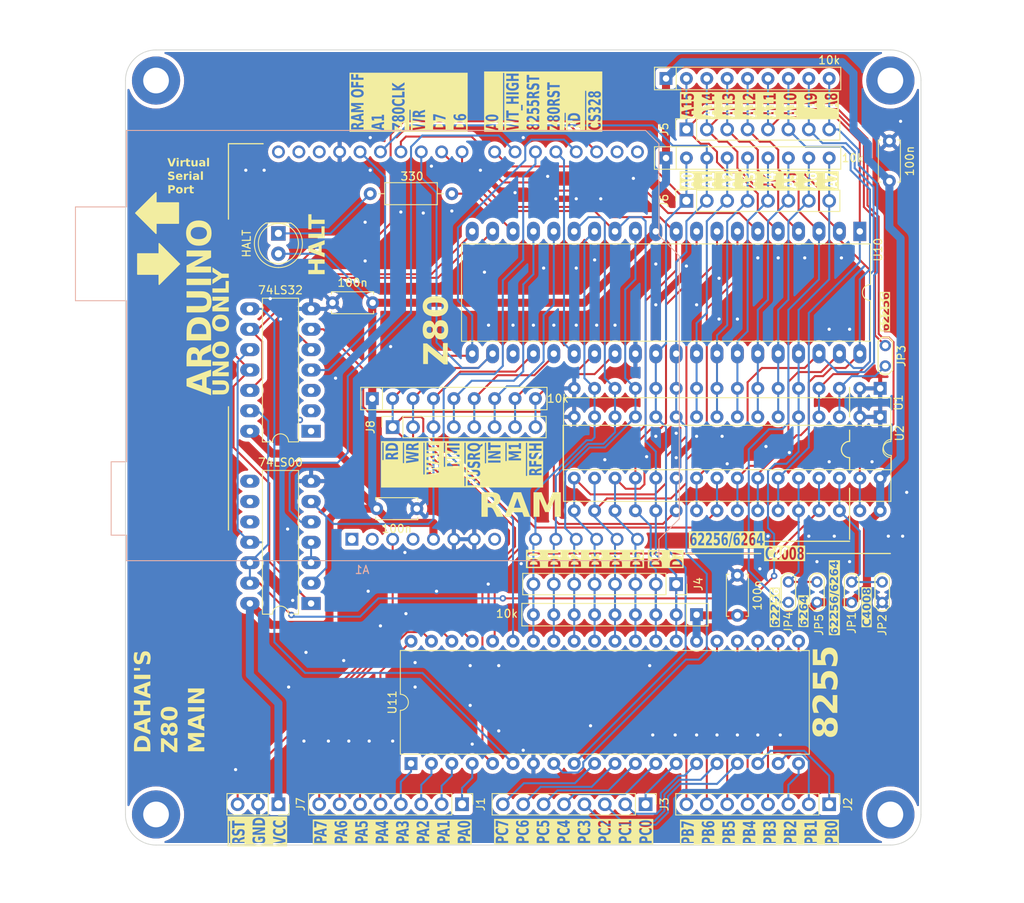
<source format=kicad_pcb>
(kicad_pcb (version 20221018) (generator pcbnew)
  (layers (0 "F.Cu" signal) (31 "B.Cu" signal) (34 "B.Paste" user) (35 "F.Paste" user) (36 "B.SilkS" user "B.Silkscreen") (37 "F.SilkS" user "F.Silkscreen") (38 "B.Mask" user) (39 "F.Mask" user) (44 "Edge.Cuts" user))
  (net 0 "")
  (net 3 "328~{RESET}")
  (net 6 "/VCC")
  (net 7 "/GND")
  (net 10 "RAM_CE_INHIBIT")
  (net 14 "ZA0")
  (net 15 "ZA1")
  (net 16 "ZA3")
  (net 17 "ZA2")
  (net 18 "ZA4")
  (net 19 "ZA5")
  (net 20 "ZA7")
  (net 21 "ZA6")
  (net 22 "ZA8")
  (net 23 "ZA9")
  (net 24 "ZA11")
  (net 25 "ZA10")
  (net 26 "ZA12")
  (net 27 "ZA13")
  (net 28 "ZA15")
  (net 29 "ZA14")
  (net 30 "ZD7")
  (net 31 "ZD6")
  (net 32 "ZD5")
  (net 33 "ZD4")
  (net 34 "ZD3")
  (net 35 "ZD2")
  (net 36 "ZD1")
  (net 37 "ZD0")
  (net 38 "Net-(D1-K)")
  (net 39 "Net-(U10-~{HALT})")
  (net 40 "~{MREQ}")
  (net 42 "~{RD}")
  (net 43 "~{WR}")
  (net 44 "~{M1}")
  (net 45 "~{RFSH}")
  (net 50 "Z80CLK")
  (net 51 "~{BUSRQ}")
  (net 52 "~{IORQ}")
  (net 53 "~{WAIT}")
  (net 54 "Z80~{RESET}")
  (net 55 "8255RESET")
  (net 56 "/PA0")
  (net 57 "/PA1")
  (net 58 "/PA2")
  (net 59 "/PA3")
  (net 60 "/PA4")
  (net 61 "/PA5")
  (net 62 "/PA6")
  (net 63 "/PA7")
  (net 64 "/PB0")
  (net 65 "/PB1")
  (net 66 "/PB2")
  (net 67 "/PB3")
  (net 68 "/PB4")
  (net 69 "/PB5")
  (net 70 "/PB6")
  (net 71 "/PB7")
  (net 72 "/PC0")
  (net 73 "/PC1")
  (net 74 "/PC2")
  (net 75 "/PC3")
  (net 76 "/PC4")
  (net 77 "/PC5")
  (net 78 "/PC6")
  (net 79 "/PC7")
  (net 80 "Net-(JP1-B)")
  (net 81 "~{INT}")
  (net 82 "~{NMI}")
  (net 83 "Net-(JP3-B)")
  (net 84 "Net-(JP4-B)")
  (net 85 "328~{CE}")
  (net 86 "nWAIT_FORCE_HIGH")
  (net 87 "Net-(U1-CE#)")
  (net 91 "8255CS")
  (net 92 "Net-(U4-Pad10)")
  (net 96 "Net-(U5-Pad3)")
  (footprint "TestPoint:TestPoint_2Pads_Pitch2.54mm_Drill0.8mm" (layer "F.Cu") (at 165.354 109.474 90)
    (fp_text reference "JP1")
    (fp_text value "6264 VCC")
  )
  (footprint "Connector_PinSocket_2.54mm:PinSocket_1x08_P2.54mm_Vertical" (layer "F.Cu") (at 144.78 50.546 90)
    (fp_text reference "J5")
    (fp_text value "Conn_01x08_Socket" hide)
  )
  (footprint "Capacitor_THT:C_Disc_D5.0mm_W2.5mm_P5.00mm" (layer "F.Cu") (at 105.711 72.136 180)
    (fp_text reference "C1" hide)
    (fp_text value "100n")
  )
  (footprint "Connector_PinSocket_2.54mm:PinSocket_1x08_P2.54mm_Vertical" (layer "F.Cu") (at 108.203999 87.63 90)
    (fp_text reference "J8")
    (fp_text value "Conn_01x08_Socket")
  )
  (footprint "Capacitor_THT:C_Disc_D5.0mm_W2.5mm_P5.00mm" (layer "F.Cu") (at 106.212 97.79)
    (fp_text reference "C4" hide)
    (fp_text value "100n")
  )
  (footprint "LED_THT:LED_D5.0mm_Clear" (layer "F.Cu") (at 93.975 63.495 -90)
    (fp_text reference "D1" hide)
    (fp_text value "HALT")
  )
  (footprint "Resistor_THT:R_Array_SIP9" (layer "F.Cu") (at 142.24 54.102)
    (fp_text reference "RN3" hide)
    (fp_text value "10k")
  )
  (footprint "TestPoint:TestPoint_2Pads_Pitch2.54mm_Drill0.8mm" (layer "F.Cu") (at 157.48 109.454 90)
    (fp_text reference "JP4")
    (fp_text value "62256 A13")
  )
  (footprint "Resistor_THT:R_Array_SIP9" (layer "F.Cu") (at 142.24 44.196)
    (fp_text reference "RN2" hide)
    (fp_text value "10k")
  )
  (footprint "Package_DIP:DIP-14_W7.62mm_LongPads" (layer "F.Cu") (at 98.044 109.601 180)
    (fp_text reference "U5" hide)
    (fp_text value "74LS00")
  )
  (footprint "Package_DIP:DIP-32_W7.62mm" (layer "F.Cu") (at 168.91 86.36 -90)
    (fp_text reference "U2")
    (fp_text value "AS6C4008-55PCN")
  )
  (footprint "Package_DIP:DIP-40_W15.24mm_LongPads" (layer "F.Cu") (at 166.37 63.246 -90)
    (fp_text reference "U10")
    (fp_text value "Z80CPU")
  )
  (footprint "TestPoint:TestPoint_2Pads_Pitch2.54mm_Drill0.8mm" (layer "F.Cu") (at 169.545 77.47 -90)
    (fp_text reference "JP3")
    (fp_text value "62256 A14")
  )
  (footprint "Resistor_THT:R_Axial_DIN0207_L6.3mm_D2.5mm_P10.16mm_Horizontal" (layer "F.Cu") (at 105.41 58.547)
    (fp_text reference "R2" hide)
    (fp_text value "330")
  )
  (footprint "Capacitor_THT:C_Disc_D5.0mm_W2.5mm_P5.00mm" (layer "F.Cu") (at 151.13 111.085 90)
    (fp_text reference "C3" hide)
    (fp_text value "100n")
  )
  (footprint "Resistor_THT:R_Array_SIP9" (layer "F.Cu") (at 105.664 84.074)
    (fp_text reference "RN4" hide)
    (fp_text value "10k")
  )
  (footprint "Connector_PinHeader_2.54mm:PinHeader_1x08_P2.54mm_Vertical" (layer "F.Cu") (at 162.56 134.62 -90)
    (fp_text reference "J2")
    (fp_text value "PB")
  )
  (footprint "Capacitor_THT:C_Disc_D5.0mm_W2.5mm_P5.00mm" (layer "F.Cu") (at 170.053 56.983 90)
    (fp_text reference "C2" hide)
    (fp_text value "100n")
  )
  (footprint "TestPoint:TestPoint_2Pads_Pitch2.54mm_Drill0.8mm" (layer "F.Cu") (at 161.036 109.454 90)
    (fp_text reference "JP5")
    (fp_text value "6264 CE2")
  )
  (footprint "Package_DIP:DIP-32_W15.24mm" (layer "F.Cu") (at 168.91 82.804 -90)
    (fp_text reference "U1")
    (fp_text value "AS6C4008-55PCN")
  )
  (footprint "Package_DIP:DIP-14_W7.62mm_LongPads" (layer "F.Cu") (at 98.044 88.138 180)
    (fp_text reference "U4" hide)
    (fp_text value "74LS32")
  )
  (footprint "TestPoint:TestPoint_2Pads_Pitch2.54mm_Drill0.8mm" (layer "F.Cu") (at 169.164 109.474 90)
    (fp_text reference "JP2")
    (fp_text value "A17")
  )
  (footprint "Connector_PinSocket_2.54mm:PinSocket_1x03_P2.54mm_Vertical" (layer "F.Cu") (at 93.98 134.62 -90)
    (fp_text reference "J7")
    (fp_text value "DSKY_PWR")
  )
  (footprint "Connector_PinHeader_2.54mm:PinHeader_1x08_P2.54mm_Vertical" (layer "F.Cu") (at 116.84 134.62 -90)
    (fp_text reference "J1")
    (fp_text value "PA")
  )
  (footprint "Package_DIP:DIP-40_W15.24mm" (layer "F.Cu") (at 110.49 129.54 90)
    (fp_text reference "U11")
    (fp_text value "8255A")
  )
  (footprint "Resistor_THT:R_Array_SIP9" (layer "F.Cu") (at 146.05 110.998 180)
    (fp_text reference "RN1" hide)
    (fp_text value "10k")
  )
  (footprint "Connector_PinHeader_2.54mm:PinHeader_1x08_P2.54mm_Vertical" (layer "F.Cu") (at 139.7 134.62 -90)
    (fp_text reference "J3")
    (fp_text value "PC")
  )
  (footprint "Connector_PinSocket_2.54mm:PinSocket_1x08_P2.54mm_Vertical" (layer "F.Cu") (at 143.51 107.188 -90)
    (fp_text reference "J4")
    (fp_text value "Conn_01x08_Socket" hide)
  )
  (footprint "Connector_PinSocket_2.54mm:PinSocket_1x08_P2.54mm_Vertical" (layer "F.Cu") (at 144.78 59.436 90)
    (fp_text reference "J6")
    (fp_text value "Conn_01x08_Socket" hide)
  )
  (footprint "Module:Arduino_UNO_R3" (layer "B.Cu") (at 103.124 101.6)
    (fp_text reference "A1")
    (fp_text value "Arduino_UNO_R3")
  )
  (footprint "PCM_SL_Mechanical:MountingHole_3.2mm_With_Spacer_H10mm" (layer "B.Cu") (at 78.74 44.45 180)
    (fp_text reference "H4" hide)
    (fp_text value "M3_Hole_With_Spacer_H10mm")
  )
  (footprint "PCM_SL_Mechanical:MountingHole_3.2mm_With_Spacer_H10mm" (layer "B.Cu") (at 170.18 135.89 180)
    (fp_text reference "H2" hide)
    (fp_text value "M3_Hole_With_Spacer_H10mm")
  )
  (footprint "PCM_SL_Mechanical:MountingHole_3.2mm_With_Spacer_H10mm" (layer "B.Cu") (at 78.74 135.89 180)
    (fp_text reference "H3" hide)
    (fp_text value "M3_Hole_With_Spacer_H10mm")
  )
  (footprint "PCM_SL_Mechanical:MountingHole_3.2mm_With_Spacer_H10mm" (layer "B.Cu") (at 170.18 44.45 180)
    (fp_text reference "H1" hide)
    (fp_text value "M3_Hole_With_Spacer_H10mm")
  )
  (gr_poly (pts (xy 76.454 68.58) (xy 76.454 66.04) (xy 79.121 66.04) (xy 79.121 64.77) (xy 81.661 67.31) (xy 79.121 69.85) (xy 79.121 68.58)) (stroke (width 0.15)) (fill solid) (layer "F.SilkS"))
  (gr_poly (pts (xy 81.534 59.69) (xy 81.534 62.23) (xy 78.74 62.23) (xy 78.74 63.5) (xy 76.2 60.96) (xy 78.74 58.42) (xy 78.74 59.69)) (stroke (width 0.15)) (fill solid) (layer "F.SilkS"))
  (gr_line (start 155.829 101.854) (end 154.559 101.854) (stroke (width 0.15)) (layer "F.SilkS"))
  (gr_line (start 165.1 91.44) (end 165.1 92.964) (stroke (width 0.15)) (layer "F.SilkS"))
  (gr_line (start 155.829 101.854) (end 165.1 101.854) (stroke (width 0.15)) (layer "F.SilkS"))
  (gr_line (start 159.766 103.378) (end 170.18 103.378) (stroke (width 0.15)) (layer "F.SilkS"))
  (gr_line (start 165.1 89.408) (end 165.1 88.011) (stroke (width 0.15)) (layer "F.SilkS"))
  (gr_line (start 154.051 103.378) (end 144.653 103.378) (stroke (width 0.15)) (layer "F.SilkS"))
  (gr_line (start 165.1 95.25) (end 165.1 101.6) (stroke (width 0.15)) (layer "F.SilkS"))
  (gr_line (start 87.757 52.324) (end 87.757 61.722) (stroke (width 0.15)) (layer "F.SilkS"))
  (gr_line (start 87.757 85.09) (end 87.757 100.457) (stroke (width 0.15)) (layer "F.SilkS"))
  (gr_line (start 87.757 52.324) (end 92.075 52.324) (stroke (width 0.15)) (layer "F.SilkS"))
  (gr_arc (start 165.1 91.44) (mid 164.084 90.424) (end 165.1 89.408) (stroke (width 0.15)) (layer "F.SilkS"))
  (gr_line (start 165.1 86.36) (end 165.1 82.677) (stroke (width 0.15)) (layer "F.SilkS"))
  (gr_arc (start 74.93 44.45) (mid 76.045923 41.755923) (end 78.74 40.64) (stroke (width 0.1)) (layer "Edge.Cuts"))
  (gr_arc (start 173.99 135.89) (mid 172.874077 138.584077) (end 170.18 139.7) (stroke (width 0.1)) (layer "Edge.Cuts"))
  (gr_line (start 78.74 139.7) (end 170.18 139.7) (stroke (width 0.1)) (layer "Edge.Cuts"))
  (gr_arc (start 170.18 40.64) (mid 172.874077 41.755923) (end 173.99 44.45) (stroke (width 0.1)) (layer "Edge.Cuts"))
  (gr_line (start 170.18 40.64) (end 78.74 40.64) (stroke (width 0.1)) (layer "Edge.Cuts"))
  (gr_line (start 74.93 44.45) (end 74.93 135.89) (stroke (width 0.1)) (layer "Edge.Cuts"))
  (gr_line (start 173.99 135.89) (end 173.99 44.45) (stroke (width 0.1)) (layer "Edge.Cuts"))
  (gr_arc (start 78.74 139.7) (mid 76.045923 138.584077) (end 74.93 135.89) (stroke (width 0.1)) (layer "Edge.Cuts"))
  (gr_text locked "A15\nA14\nA13\nA12\nA11\nA10\nA9\nA8" (at 163.83 45.974 90) (layer "F.SilkS" knockout) (effects (font (size 1.52 1)) (justify right bottom)))
  (gr_text "A0\n~{WT_HIGH}\n8255RST\nZ80RST\n~{RD}\n~{CS328}" (at 134.366 50.673 90) (layer "F.SilkS" knockout) (effects (font (size 1.52 1)) (justify left bottom)))
  (gr_text "ARDUINO" (at 86.106 83.693 90) (layer "F.SilkS") (effects (font (size 3 3)) (justify left bottom)))
  (gr_text "DAHAI'S\nZ80\nMAIN" (at 85.09 128.27 90) (layer "F.SilkS") (effects (font (size 2 2)) (justify left bottom)))
  (gr_text locked "A0\nA1\nA2\nA3\nA4\nA5\nA6\nA7" (at 163.83 57.912 90) (layer "F.SilkS" knockout) (effects (font (size 1.52 1)) (justify left bottom)))
  (gr_text "PC7\nPC6\nPC5\nPC4\nPC3\nPC2\nPC1\nPC0" (at 140.716 139.573 90) (layer "F.SilkS" knockout) (effects (font (size 1.52 1)) (justify left bottom)))
  (gr_text "8255" (at 164.084 126.492 90) (layer "F.SilkS") (effects (font (size 3 3)) (justify left bottom)))
  (gr_text "Virtual \nSerial \nPort" (at 80.137 58.674) (layer "F.SilkS") (effects (font (size 1 1)) (justify left bottom)))
  (gr_text "62256/6264" (at 145.161 102.616) (layer "F.SilkS" knockout) (effects (font (size 1.52 1)) (justify left bottom)))
  (gr_text "RAM" (at 118.872 99.314) (layer "F.SilkS") (effects (font (size 3 3)) (justify left bottom)))
  (gr_text "6264" (at 160.02 112.522 90) (layer "F.SilkS" knockout) (effects (font (size 1 1)) (justify left bottom)))
  (gr_text "62256/6264" (at 163.83 113.538 90) (layer "F.SilkS" knockout) (effects (font (size 1 1)) (justify left bottom)))
  (gr_text "PA7\nPA6\nPA5\nPA4\nPA3\nPA2\nPA1\nPA0" (at 118.11 139.573 90) (layer "F.SilkS" knockout) (effects (font (size 1.52 1)) (justify left bottom)))
  (gr_text "PB7\nPB6\nPB5\nPB4\nPB3\nPB2\nPB1\nPB0" (at 163.83 139.7 90) (layer "F.SilkS" knockout) (effects (font (size 1.52 1)) (justify left bottom)))
  (gr_text "Z80" (at 115.57 80.01 90) (layer "F.SilkS") (effects (font (size 3 3)) (justify left bottom)))
  (gr_text "C4008" (at 167.894 112.522 90) (layer "F.SilkS" knockout) (effects (font (size 1 1)) (justify left bottom)))
  (gr_text "D6\nD7" (at 144.526 105.156 90) (layer "F.SilkS" knockout) (effects (font (size 1.52 1)) (justify left bottom)))
  (gr_text "RAM OFF\nA1\nZ80CLK\n~{WR}\nD7\nD6" (at 117.602 50.673 90) (layer "F.SilkS" knockout) (effects (font (size 1.52 1)) (justify left bottom)))
  (gr_text "UNO ONLY" (at 88.138 83.82 90) (layer "F.SilkS") (effects (font (size 2 2)) (justify left bottom)))
  (gr_text "62256" (at 156.464 112.522 90) (layer "F.SilkS" knockout) (effects (font (size 1 1)) (justify left bottom)))
  (gr_text "62256" (at 170.18 75.692 90) (layer "F.SilkS" knockout) (effects (font (size 1 1)) (justify left bottom)))
  (gr_text "HALT" (at 100.076 68.834 90) (layer "F.SilkS") (effects (font (size 2 2)) (justify left bottom)))
  (gr_text "C4008" (at 154.559 104.394) (layer "F.SilkS" knockout) (effects (font (size 1.52 1)) (justify left bottom)))
  (gr_text "D0\nD1\nD2\nD3\nD4\nD5" (at 139.573 105.156 90) (layer "F.SilkS" knockout) (effects (font (size 1.52 1)) (justify left bottom)))
  (gr_text "~{RD}\n~{WR}\n~{WAIT}\n~{NMI}\n~{BUSRQ}\n~{INT}\n~{M1}\n~{RFSH}" (at 127 89.535 90) (layer "F.SilkS" knockout) (effects (font (size 1.52 1)) (justify right bottom)))
  (gr_text "~{RST}\nGND\nVCC" (at 95.123 139.7 90) (layer "F.SilkS" knockout) (effects (font (size 1.52 1)) (justify left bottom)))
  (segment (start 108.204 101.6) (end 108.204 113.028604) (width 0.25) (layer "F.Cu") (net 3))
  (segment (start 88.9 132.332604) (end 88.9 134.62) (width 0.25) (layer "F.Cu") (net 3))
  (segment (start 108.204 113.028604) (end 88.9 132.332604) (width 0.25) (layer "F.Cu") (net 3))
  (segment (start 140.97 63.246) (end 132.08 72.136) (width 1) (layer "F.Cu") (net 6))
  (segment (start 100.33 111.76) (end 100.33 99.06) (width 1) (layer "F.Cu") (net 6))
  (segment (start 159.405 111.085) (end 151.13 111.085) (width 1) (layer "F.Cu") (net 6))
  (segment (start 106.212 97.79) (end 102.87 94.448) (width 1) (layer "F.Cu") (net 6))
  (segment (start 105.791 72.136) (end 105.664 72.136) (width 0.25) (layer "F.Cu") (net 6))
  (segment (start 106.212 97.79) (end 107.99 99.568) (width 1) (layer "F.Cu") (net 6))
  (segment (start 101.6 97.79) (end 106.212 97.79) (width 1) (layer "F.Cu") (net 6))
  (segment (start 102.87 92.242) (end 101.56 90.932) (width 1) (layer "F.Cu") (net 6))
  (segment (start 90.424 109.601) (end 93.091 112.268) (width 1) (layer "F.Cu") (net 6))
  (segment (start 165.334 109.454) (end 161.036 109.454) (width 1) (layer "F.Cu") (net 6))
  (segment (start 105.664 84.074) (end 105.664 72.136) (width 1) (layer "F.Cu") (net 6))
  (segment (start 113.284 99.568) (end 113.284 101.6) (width 1) (layer "F.Cu") (net 6))
  (segment (start 101.56 90.932) (end 93.218 90.932) (width 1) (layer "F.Cu") (net 6))
  (segment (start 167.259 99.695) (end 168.91 98.044) (width 1) (layer "F.Cu") (net 6))
  (segment (start 165.354 109.474) (end 165.334 109.454) (width 1) (layer "F.Cu") (net 6))
  (segment (start 132.08 72.136) (end 105.664 72.136) (width 1) (layer "F.Cu") (net 6))
  (segment (start 99.822 112.268) (end 100.33 111.76) (width 1) (layer "F.Cu") (net 6))
  (segment (start 93.091 112.268) (end 99.822 112.268) (width 1) (layer "F.Cu") (net 6))
  (segment (start 93.218 90.932) (end 90.424 88.138) (width 1) (layer "F.Cu") (net 6))
  (segment (start 167.259 107.569) (end 167.259 99.695) (width 1) (layer "F.Cu") (net 6))
  (segment (start 100.33 99.06) (end 101.6 97.79) (width 1) (layer "F.Cu") (net 6))
  (segment (start 146.137 111.085) (end 146.05 110.998) (width 1) (layer "F.Cu") (net 6))
  (segment (start 161.036 109.454) (end 159.405 111.085) (width 1) (layer "F.Cu") (net 6))
  (segment (start 151.13 111.085) (end 146.137 111.085) (width 1) (layer "F.Cu") (net 6))
  (segment (start 102.87 94.448) (end 102.87 92.242) (width 1) (layer "F.Cu") (net 6))
  (segment (start 165.354 109.474) (end 167.259 107.569) (width 1) (layer "F.Cu") (net 6))
  (segment (start 142.24 44.196) (end 142.24 54.102) (width 1) (layer "F.Cu") (net 6))
  (segment (start 107.99 99.568) (end 113.284 99.568) (width 1) (layer "F.Cu") (net 6))
  (segment (start 93.975 66.035) (end 99.69 66.035) (width 0.25) (layer "B.Cu") (net 6))
  (segment (start 171.45 91.44) (end 171.45 64.135) (width 1) (layer "B.Cu") (net 6))
  (segment (start 170.053 56.983) (end 167.386 54.316) (width 1) (layer "B.Cu") (net 6))
  (segment (start 140.97 63.246) (end 140.97 58.42) (width 1) (layer "B.Cu") (net 6))
  (segment (start 171.45 64.135) (end 170.053 62.738) (width 1) (layer "B.Cu") (net 6))
  (segment (start 142.24 57.15) (end 142.24 54.102) (width 1) (layer "B.Cu") (net 6))
  (segment (start 167.386 52.3875) (end 165.584 50.5855) (width 1) (layer "B.Cu") (net 6))
  (segment (start 168.91 93.98) (end 171.45 91.44) (width 1) (layer "B.Cu") (net 6))
  (segment (start 168.91 93.98) (end 168.91 98.044) (width 1) (layer "B.Cu") (net 6))
  (segment (start 165.584 43.574679) (end 164.173321 42.164) (width 1) (layer "B.Cu") (net 6))
  (segment (start 146.05 110.998) (end 146.05 114.3) (width 1) (layer "B.Cu") (net 6))
  (segment (start 105.664 97.242) (end 106.212 97.79) (width 1) (layer "B.Cu") (net 6))
  (segment (start 93.98 134.62) (end 93.98 122.047) (width 1) (layer "B.Cu") (net 6))
  (segment (start 170.053 62.738) (end 170.053 56.983) (width 1) (layer "B.Cu") (net 6))
  (segment (start 105.664 84.074) (end 105.664 97.242) (width 1) (layer "B.Cu") (net 6))
  (segment (start 167.386 54.316) (end 167.386 52.3875) (width 1) (layer "B.Cu") (net 6))
  (segment (start 93.98 122.047) (end 90.424 118.491) (width 1) (layer "B.Cu") (net 6))
  (segment (start 140.97 58.42) (end 142.24 57.15) (width 1) (layer "B.Cu") (net 6))
  (segment (start 146.137 111.085) (end 146.05 110.998) (width 1) (layer "B.Cu") (net 6))
  (segment (start 99.69 66.035) (end 105.791 72.136) (width 0.25) (layer "B.Cu") (net 6))
  (segment (start 90.424 118.491) (end 90.424 109.601) (width 1) (layer "B.Cu") (net 6))
  (segment (start 165.584 50.5855) (end 165.584 43.574679) (width 1) (layer "B.Cu") (net 6))
  (segment (start 144.272 42.164) (end 142.24 44.196) (width 1) (layer "B.Cu") (net 6))
  (segment (start 164.173321 42.164) (end 144.272 42.164) (width 1) (layer "B.Cu") (net 6))
  (segment (start 98.044 72.898) (end 98.044 71.501) (width 0.25) (layer "F.Cu") (net 7))
  (segment (start 98.044 72.898) (end 99.695 72.898) (width 0.25) (layer "F.Cu") (net 7))
  (segment (start 138.43 78.486) (end 138.43 76.327) (width 0.25) (layer "F.Cu") (net 7))
  (segment (start 138.43 78.486) (end 138.43 80.391) (width 0.25) (layer "F.Cu") (net 7))
  (via (at 104.775 66.929) (size 0.8) (drill 0.4) (layers "F.Cu" "B.Cu") (net 7))
  (via (at 172.212 95.758) (size 0.8) (drill 0.4) (layers "F.Cu" "B.Cu") (net 7))
  (via (at 140.97 88.773) (size 0.8) (drill 0.4) (layers "F.Cu" "B.Cu") (net 7))
  (via (at 167.894 91.948) (size 0.8) (drill 0.4) (layers "F.Cu" "B.Cu") (net 7))
  (via (at 153.67 125.984) (size 0.8) (drill 0.4) (layers "F.Cu" "B.Cu") (net 7))
  (via (at 108.204 126.746) (size 0.8) (drill 0.4) (layers "F.Cu" "B.Cu") (net 7))
  (via (at 157.602347 90.800347) (size 0.8) (drill 0.4) (layers "F.Cu" "B.Cu") (net 7))
  (via (at 105.41 51.562) (size 0.8) (drill 0.4) (layers "F.Cu" "B.Cu") (net 7))
  (via (at 151.13 74.168) (size 0.8) (drill 0.4) (layers "F.Cu" "B.Cu") (net 7))
  (via (at 113.665 108.077) (size 0.8) (drill 0.4) (layers "F.Cu" "B.Cu") (net 7))
  (via (at 124.46 127.889) (size 0.8) (drill 0.4) (layers "F.Cu" "B.Cu") (net 7))
  (via (at 121.412 117.348) (size 0.8) (drill 0.4) (layers "F.Cu" "B.Cu") (net 7))
  (via (at 110.998 120.015) (size 0.8) (drill 0.4) (layers "F.Cu" "B.Cu") (net 7))
  (via (at 92.202 55.626) (size 0.8) (drill 0.4) (layers "F.Cu" "B.Cu") (net 7))
  (via (at 119.126 55.626) (size 0.8) (drill 0.4) (layers "F.Cu" "B.Cu") (net 7))
  (via (at 109.22 60.833) (size 0.8) (drill 0.4) (layers "F.Cu" "B.Cu") (net 7))
  (via (at 94.243306 74.168) (size 0.8) (drill 0.4) (layers "F.Cu" "B.Cu") (net 7))
  (via (at 134.112 59.182) (size 0.8) (drill 0.4) (layers "F.Cu" "B.Cu") (net 7))
  (via (at 139.827 91.313) (size 0.8) (drill 0.4) (layers "F.Cu" "B.Cu") (net 7))
  (via (at 105.283 126.746) (size 0.8) (drill 0.4) (layers "F.Cu" "B.Cu") (net 7))
  (via (at 126.492 91.059) (size 0.8) (drill 0.4) (layers "F.Cu" "B.Cu") (net 7))
  (via (at 164.084 66.548) (size 0.8) (drill 0.4) (layers "F.Cu" "B.Cu") (net 7))
  (via (at 148.59 125.984) (size 0.8) (drill 0.4) (layers "F.Cu" "B.Cu") (net 7))
  (via (at 153.924 105.283) (size 0.8) (drill 0.4) (layers "F.Cu" "B.Cu") (net 7))
  (via (at 131.064 67.818) (size 0.8) (drill 0.4) (layers "F.Cu" "B.Cu") (net 7))
  (via (at 169.926 101.219) (size 0.8) (drill 0.4) (layers "F.Cu" "B.Cu") (net 7))
  (via (at 88.646 130.302) (size 0.8) (drill 0.4) (layers "F.Cu" "B.Cu") (net 7))
  (via (at 148.844 69.088) (size 0.8) (drill 0.4) (layers "F.Cu" "B.Cu") (net 7))
  (via (at 112.014 60.96) (size 0.8) (drill 0.4) (layers "F.Cu" "B.Cu") (net 7))
  (via (at 96.647 86.741) (size 0.8) (drill 0.4) (layers "F.Cu" "B.Cu") (net 7))
  (via (at 97.409 115.697) (size 0.8) (drill 0.4) (layers "F.Cu" "B.Cu") (net 7))
  (via (at 107.95 77.597) (size 0.8) (drill 0.4) (layers "F.Cu" "B.Cu") (net 7))
  (via (at 165.1 104.394) (size 0.8) (drill 0.4) (layers "F.Cu" "B.Cu") (net 7))
  (via (at 140.97 67.31) (size 0.8) (drill 0.4) (layers "F.Cu" "B.Cu") (net 7))
  (via (at 144.78 67.564) (size 0.8) (drill 0.4) (layers "F.Cu" "B.Cu") (net 7))
  (via (at 131.064 74.93) (size 0.8) (drill 0.4) (layers "F.Cu" "B.Cu") (net 7))
  (via (at 133.604 74.93) (size 0.8) (drill 0.4) (layers "F.Cu" "B.Cu") (net 7))
  (via (at 165.1 75.438) (size 0.8) (drill 0.4) (layers "F.Cu" "B.Cu") (net 7))
  (via (at 92.964 71.628) (size 0.8) (drill 0.4) (layers "F.Cu" "B.Cu") (net 7))
  (via (at 106.68 112.395) (size 0.8) (drill 0.4) (layers "F.Cu" "B.Cu") (net 7))
  (via (at 171.45 49.53) (size 0.8) (drill 0.4) (layers "F.Cu" "B.Cu") (net 7))
  (via (at 171.704 101.219) (size 0.8) (drill 0.4) (layers "F.Cu" "B.Cu") (net 7))
  (via (at 119.634 68.326) (size 0.8) (drill 0.4) (layers "F.Cu" "B.Cu") (net 7))
  (via (at 156.464 125.984) (size 0.8) (drill 0.4) (layers "F.Cu" "B.Cu") (net 7))
  (via (at 128.27 74.93) (size 0.8) (drill 0.4) (layers "F.Cu" "B.Cu") (net 7))
  (via (at 95.25 120.015) (size 0.8) (drill 0.4) (layers "F.Cu" "B.Cu") (net 7))
  (via (at 135.89 74.93) (size 0.8) (drill 0.4) (layers "F.Cu" "B.Cu") (net 7))
  (via (at 140.97 72.39) (size 0.8) (drill 0.4) (layers "F.Cu" "B.Cu") (net 7))
  (via (at 117.856 122.301) (size 0.8) (drill 0.4) (layers "F.Cu" "B.Cu") (net 7))
  (via (at 133.35 66.802) (size 0.8) (drill 0.4) (layers "F.Cu" "B.Cu") (net 7))
  (via (at 134.62 91.694) (size 0.8) (drill 0.4) (layers "F.Cu" "B.Cu") (net 7))
  (via (at 160.02 101.219) (size 0.8) (drill 0.4) (layers "F.Cu" "B.Cu") (net 7))
  (via (at 146.05 125.984) (size 0.8) (drill 0.4) (layers "F.Cu" "B.Cu") (net 7))
  (via (at 109.855 110.871) (size 0.8) (drill 0.4) (layers "F.Cu" "B.Cu") (net 7))
  (via (at 138.176 56.642) (size 0.8) (drill 0.4) (layers "F.Cu" "B.Cu") (net 7))
  (via (at 143.51 91.44) (size 0.8) (drill 0.4) (layers "F.Cu" "B.Cu") (net 7))
  (via (at 151.13 125.984) (size 0.8) (drill 0.4) (layers "F.Cu" "B.Cu") (net 7))
  (via (at 117.856 117.348) (size 0.8) (drill 0.4) (layers "F.Cu" "B.Cu") (net 7))
  (via (at 95.123 100.33) (size 0.8) (drill 0.4) (layers "F.Cu" "B.Cu") (net 7))
  (via (at 97.155 126.746) (size 0.8) (drill 0.4) (layers "F.Cu" "B.Cu") (net 7))
  (via (at 123.444 58.42) (size 0.8) (drill 0.4) (layers "F.Cu" "B.Cu") (net 7))
  (via (at 89.916 55.626) (size 0.8) (drill 0.4) (layers "F.Cu" "B.Cu") (net 7))
  (via (at 149.86 92.202) (size 0.8) (drill 0.4) (layers "F.Cu" "B.Cu") (net 7))
  (via (at 146.05 72.39) (size 0.8) (drill 0.4) (layers "F.Cu" "B.Cu") (net 7))
  (via (at 104.775 62.103) (size 0.8) (drill 0.4) (layers "F.Cu" "B.Cu") (net 7))
  (via (at 124.46 51.562) (size 0.8) (drill 0.4) (layers "F.Cu" "B.Cu") (net 7))
  (via (at 105.156 108.077) (size 0.8) (drill 0.4) (layers "F.Cu" "B.Cu") (net 7))
  (via (at 143.51 88.392) (size 0.8) (drill 0.4) (layers "F.Cu" "B.Cu") (net 7))
  (via (at 149.225 88.773) (size 0.8) (drill 0.4) (layers "F.Cu" "B.Cu") (net 7))
  (via (at 124.206 104.648) (size 0.8) (drill 0.4) (layers "F.Cu" "B.Cu") (net 7))
  (via (at 113.03 55.118) (size 0.8) (drill 0.4) (layers "F.Cu" "B.Cu") (net 7))
  (via (at 154.94 101.219) (size 0.8) (drill 0.4) (layers "F.Cu" "B.Cu") (net 7))
  (via (at 140.589 125.984) (size 0.8) (drill 0.4) (layers "F.Cu" "B.Cu") (net 7))
  (via (at 161.036 104.394) (size 0.8) (drill 0.4) (layers "F.Cu" "B.Cu") (net 7))
  (via (at 100.203 126.746) (size 0.8) (drill 0.4) (layers "F.Cu" "B.Cu") (net 7))
  (via (at 109.728 103.251) (size 0.8) (drill 0.4) (layers "F.Cu" "B.Cu") (net 7))
  (via (at 140.208 117.348) (size 0.8) (drill 0.4) (layers "F.Cu" "B.Cu") (net 7))
  (via (at 156.21 66.548) (size 0.8) (drill 0.4) (layers "F.Cu" "B.Cu") (net 7))
  (via (at 120.105 107.188) (size 0.8) (drill 0.4) (layers "F.Cu" "B.Cu") (net 7))
  (via (at 162.56 91.948) (size 0.8) (drill 0.4) (layers "F.Cu" "B.Cu") (net 7))
  (via (at 95.758 109.22) (size 0.8) (drill 0.4) (layers "F.Cu" "B.Cu") (net 7))
  (via (at 128.524 59.182) (size 0.8) (drill 0.4) (layers "F.Cu" "B.Cu") (net 7))
  (via (at 123.19 74.93) (size 0.8) (drill 0.4) (layers "F.Cu" "B.Cu") (net 7))
  (via (at 110.998 116.967) (size 0.8) (drill 0.4) (layers "F.Cu" "B.Cu") (net 7))
  (via (at 131.064 59.182) (size 0.8) (drill 0.4) (layers "F.Cu" "B.Cu") (net 7))
  (via (at 125.73 74.93) (size 0.8) (drill 0.4) (layers "F.Cu" "B.Cu") (net 7))
  (via (at 153.67 66.548) (size 0.8) (drill 0.4) (layers "F.Cu" "B.Cu") (net 7))
  (via (at 118.11 127.127) (size 0.8) (drill 0.4) (layers "F.Cu" "B.Cu") (net 7))
  (via (at 105.41 55.626) (size 0.8) (drill 0.4) (layers "F.Cu" "B.Cu") (net 7))
  (via (at 101.092 81.534) (size 0.8) (drill 0.4) (layers "F.Cu" "B.Cu") (net 7))
  (via (at 127.508 56.388) (size 0.8) (drill 0.4) (layers "F.Cu" "B.Cu") (net 7))
  (via (at 120.142 74.93) (size 0.8) (drill 0.4) (layers "F.Cu" "B.Cu") (net 7))
  (via (at 143.383 125.984) (size 0.8) (drill 0.4) (layers "F.Cu" "B.Cu") (net 7))
  (via (at 115.57 60.706) (size 0.8) (drill 0.4) (layers "F.Cu" "B.Cu") (net 7))
  (via (at 163.195 101.219) (size 0.8) (drill 0.4) (layers "F.Cu" "B.Cu") (net 7))
  (via (at 162.56 75.438) (size 0.8) (drill 0.4) (layers "F.Cu" "B.Cu") (net 7))
  (via (at 148.844 74.168) (size 0.8) (drill 0.4) (layers "F.Cu" "B.Cu") (net 7))
  (via (at 102.108 116.713) (size 0.8) (drill 0.4) (layers "F.Cu" "B.Cu") (net 7))
  (via (at 154.686 90.043) (size 0.8) (drill 0.4) (layers "F.Cu" "B.Cu") (net 7))
  (via (at 146.05 88.773) (size 0.8) (drill 0.4) (layers "F.Cu" "B.Cu") (net 7))
  (via (at 132.842 124.841) (size 0.8) (drill 0.4) (layers "F.Cu" "B.Cu") (net 7))
  (via (at 159.512 66.548) (size 0.8) (drill 0.4) (layers "F.Cu" "B.Cu") (net 7))
  (via (at 127 67.818) (size 0.8) (drill 0.4) (layers "F.Cu" "B.Cu") (net 7))
  (via (at 102.743 126.746) (size 0.8) (drill 0.4) (layers "F.Cu" "B.Cu") (net 7))
  (via (at 121.412 125.476) (size 0.8) (drill 0.4) (layers "F.Cu" "B.Cu") (net 7))
  (segment (start 130.81 82.804) (end 130.81 86.36) (width 0.25) (layer "B.Cu") (net 7))
  (segment (start 168.91 82.804) (end 168.91 86.36) (width 0.25) (layer "B.Cu") (net 7))
  (segment (start 166.37 86.36) (end 166.37 82.804) (width 0.25) (layer "B.Cu") (net 7))
  (segment (start 107.257 56.447695) (end 104.149305 53.34) (width 0.25) (layer "B.Cu") (net 10))
  (segment (start 98.044 80.518) (end 100.203 80.518) (width 0.25) (layer "B.Cu") (net 10))
  (segment (start 100.203 80.518) (end 107.257 73.464) (width 0.25) (layer "B.Cu") (net 10))
  (segment (start 104.149305 53.34) (end 104.144 53.34) (width 0.25) (layer "B.Cu") (net 10))
  (segment (start 107.257 73.464) (end 107.257 56.447695) (width 0.25) (layer "B.Cu") (net 10))
  (segment (start 122.719 55.155) (end 140.499 55.155) (width 0.25) (layer "F.Cu") (net 14))
  (segment (start 120.904 53.34) (end 122.719 55.155) (width 0.25) (layer "F.Cu") (net 14))
  (segment (start 140.499 55.155) (end 144.78 59.436) (width 0.25) (layer "F.Cu") (net 14))
  (segment (start 142.24 87.63) (end 140.97 86.36) (width 0.25) (layer "B.Cu") (net 14))
  (segment (start 140.97 78.486) (end 140.97 82.804) (width 0.25) (layer "B.Cu") (net 14))
  (segment (start 144.685 115.665) (end 144.685 105.172) (width 0.25) (layer "B.Cu") (net 14))
  (segment (start 142.24 102.727) (end 142.24 87.63) (width 0.25) (layer "B.Cu") (net 14))
  (segment (start 140.97 82.804) (end 140.97 86.36) (width 0.25) (layer "B.Cu") (net 14))
  (segment (start 144.685 105.172) (end 142.24 102.727) (width 0.25) (layer "B.Cu") (net 14))
  (segment (start 144.78 54.102) (end 144.78 59.436) (width 0.25) (layer "B.Cu") (net 14))
  (segment (start 144.78 59.436) (end 142.24 61.976) (width 0.25) (layer "B.Cu") (net 14))
  (segment (start 130.81 129.54) (end 144.685 115.665) (width 0.25) (layer "B.Cu") (net 14))
  (segment (start 142.24 77.216) (end 140.97 78.486) (width 0.25) (layer "B.Cu") (net 14))
  (segment (start 142.24 61.976) (end 142.24 77.216) (width 0.25) (layer "B.Cu") (net 14))
  (segment (start 143.097 52.578) (end 147.32 52.578) (width 0.25) (layer "B.Cu") (net 15))
  (segment (start 144.78 65.786) (end 143.51 67.056) (width 0.25) (layer "B.Cu") (net 15))
  (segment (start 147.32 52.578) (end 147.32 59.436) (width 0.25) (layer "B.Cu") (net 15))
  (segment (start 143.51 67.056) (end 143.51 78.486) (width 0.25) (layer "B.Cu") (net 15))
  (segment (start 144.78 87.63) (end 144.78 103.378) (width 0.25) (layer "B.Cu") (net 15))
  (segment (start 147.32 59.436) (end 144.78 61.976) (width 0.25) (layer "B.Cu") (net 15))
  (segment (start 131.935 130.005991) (end 131.275991 130.665) (width 0.25) (layer "B.Cu") (net 15))
  (segment (start 109.986 50.038) (end 140.557 50.038) (width 0.25) (layer "B.Cu") (net 15))
  (segment (start 131.275991 130.665) (end 129.395 130.665) (width 0.25) (layer "B.Cu") (net 15))
  (segment (start 143.51 86.36) (end 144.78 87.63) (width 0.25) (layer "B.Cu") (net 15))
  (segment (start 143.51 82.804) (end 143.51 86.36) (width 0.25) (layer "B.Cu") (net 15))
  (segment (start 147.32 105.918) (end 147.32 115.57) (width 0.25) (layer "B.Cu") (net 15))
  (segment (start 140.557 50.038) (end 143.097 52.578) (width 0.25) (layer "B.Cu") (net 15))
  (segment (start 131.935 129.364009) (end 131.935 130.005991) (width 0.25) (layer "B.Cu") (net 15))
  (segment (start 144.78 61.976) (end 144.78 65.786) (width 0.25) (layer "B.Cu") (net 15))
  (segment (start 146.304 116.586) (end 144.713009 116.586) (width 0.25) (layer "B.Cu") (net 15))
  (segment (start 143.51 78.486) (end 143.51 82.804) (width 0.25) (layer "B.Cu") (net 15))
  (segment (start 147.32 115.57) (end 146.304 116.586) (width 0.25) (layer "B.Cu") (net 15))
  (segment (start 144.78 103.378) (end 147.32 105.918) (width 0.25) (layer "B.Cu") (net 15))
  (segment (start 106.684 53.34) (end 109.986 50.038) (width 0.25) (layer "B.Cu") (net 15))
  (segment (start 129.395 130.665) (end 128.27 129.54) (width 0.25) (layer "B.Cu") (net 15))
  (segment (start 144.713009 116.586) (end 131.935 129.364009) (width 0.25) (layer "B.Cu") (net 15))
  (segment (start 148.59 82.804) (end 148.59 86.36) (width 0.25) (layer "B.Cu") (net 16))
  (segment (start 148.59 76.2) (end 148.59 78.486) (width 0.25) (layer "B.Cu") (net 16))
  (segment (start 149.86 74.93) (end 148.59 76.2) (width 0.25) (layer "B.Cu") (net 16))
  (segment (start 152.4 54.102) (end 152.4 59.436) (width 0.25) (layer "B.Cu") (net 16))
  (segment (start 149.86 61.976) (end 149.86 74.93) (width 0.25) (layer "B.Cu") (net 16))
  (segment (start 152.4 59.436) (end 149.86 61.976) (width 0.25) (layer "B.Cu") (net 16))
  (segment (start 148.59 78.486) (end 148.59 82.804) (width 0.25) (layer "B.Cu") (net 16))
  (segment (start 149.86 54.102) (end 149.86 59.436) (width 0.25) (layer "B.Cu") (net 17))
  (segment (start 146.05 82.804) (end 146.05 86.36) (width 0.25) (layer "B.Cu") (net 17))
  (segment (start 146.05 74.676) (end 146.05 78.486) (width 0.25) (layer "B.Cu") (net 17))
  (segment (start 147.32 73.406) (end 146.05 74.676) (width 0.25) (layer "B.Cu") (net 17))
  (segment (start 147.32 61.976) (end 147.32 73.406) (width 0.25) (layer "B.Cu") (net 17))
  (segment (start 146.05 78.486) (end 146.05 82.804) (width 0.25) (layer "B.Cu") (net 17))
  (segment (start 149.86 59.436) (end 147.32 61.976) (width 0.25) (layer "B.Cu") (net 17))
  (segment (start 152.4 75.692) (end 151.13 76.962) (width 0.25) (layer "B.Cu") (net 18))
  (segment (start 151.13 76.962) (end 151.13 78.486) (width 0.25) (layer "B.Cu") (net 18))
  (segment (start 151.13 82.804) (end 151.13 86.36) (width 0.25) (layer "B.Cu") (net 18))
  (segment (start 154.94 59.436) (end 152.4 61.976) (width 0.25) (layer "B.Cu") (net 18))
  (segment (start 152.4 61.976) (end 152.4 75.692) (width 0.25) (layer "B.Cu") (net 18))
  (segment (start 151.13 78.486) (end 151.13 82.804) (width 0.25) (layer "B.Cu") (net 18))
  (segment (start 154.94 54.102) (end 154.94 59.436) (width 0.25) (layer "B.Cu") (net 18))
  (segment (start 157.48 54.102) (end 157.48 59.436) (width 0.25) (layer "B.Cu") (net 19))
  (segment (start 153.67 73.025) (end 153.67 78.486) (width 0.25) (layer "B.Cu") (net 19))
  (segment (start 154.94 71.755) (end 153.67 73.025) (width 0.25) (layer "B.Cu") (net 19))
  (segment (start 157.48 59.436) (end 154.94 61.976) (width 0.25) (layer "B.Cu") (net 19))
  (segment (start 153.67 78.486) (end 153.67 82.804) (width 0.25) (layer "B.Cu") (net 19))
  (segment (start 153.67 82.804) (end 153.67 86.36) (width 0.25) (layer "B.Cu") (net 19))
  (segment (start 154.94 61.976) (end 154.94 71.755) (width 0.25) (layer "B.Cu") (net 19))
  (segment (start 123.19 108.966) (end 121.92 108.966) (width 0.25) (layer "F.Cu") (net 20))
  (segment (start 91.614 107.061) (end 90.424 107.061) (width 0.25) (layer "F.Cu") (net 20))
  (segment (start 152.908 108.966) (end 123.19 108.966) (width 0.25) (layer "F.Cu") (net 20))
  (segment (start 95.594 111.041) (end 91.614 107.061) (width 0.25) (layer "F.Cu") (net 20))
  (segment (start 155.702 106.172) (end 152.908 108.966) (width 0.25) (layer "F.Cu") (net 20))
  (via (at 121.92 108.966) (size 0.8) (drill 0.4) (layers "F.Cu" "B.Cu") (net 20))
  (via (at 155.702 106.172) (size 0.8) (drill 0.4) (layers "F.Cu" "B.Cu") (net 20))
  (via (at 95.594 111.041) (size 0.8) (drill 0.4) (layers "F.Cu" "B.Cu") (net 20))
  (segment (start 157.226 92.202) (end 155.829 92.202) (width 0.25) (layer "B.Cu") (net 20))
  (segment (start 106.426 108.966) (end 121.92 108.966) (width 0.25) (layer "B.Cu") (net 20))
  (segment (start 158.75 78.486) (end 158.75 82.804) (width 0.25) (layer "B.Cu") (net 20))
  (segment (start 158.75 73.025) (end 158.75 78.486) (width 0.25) (layer "B.Cu") (net 20))
  (segment (start 155.702 100.955695) (end 155.702 106.172) (width 0.25) (layer "B.Cu") (net 20))
  (segment (start 90.424 107.061) (end 90.424 104.521) (width 0.25) (layer "B.Cu") (net 20))
  (segment (start 155.829 92.202) (end 154.94 93.091) (width 0.25) (layer "B.Cu") (net 20))
  (segment (start 92.71 86.868) (end 91.44 85.598) (width 0.25) (layer "B.Cu") (net 20))
  (segment (start 104.14 111.252) (end 106.426 108.966) (width 0.25) (layer "B.Cu") (net 20))
  (segment (start 92.71 102.235) (end 92.71 86.868) (width 0.25) (layer "B.Cu") (net 20))
  (segment (start 91.44 85.598) (end 90.424 85.598) (width 0.25) (layer "B.Cu") (net 20))
  (segment (start 158.75 86.36) (end 158.75 90.678) (width 0.25) (layer "B.Cu") (net 20))
  (segment (start 90.424 104.521) (end 92.71 102.235) (width 0.25) (layer "B.Cu") (net 20))
  (segment (start 95.594 111.041) (end 95.805 111.252) (width 0.25) (layer "B.Cu") (net 20))
  (segment (start 158.75 82.804) (end 158.75 86.36) (width 0.25) (layer "B.Cu") (net 20))
  (segment (start 162.56 54.102) (end 162.56 69.215) (width 0.25) (layer "B.Cu") (net 20))
  (segment (start 158.75 90.678) (end 157.226 92.202) (width 0.25) (layer "B.Cu") (net 20))
  (segment (start 154.94 93.091) (end 154.94 100.193695) (width 0.25) (layer "B.Cu") (net 20))
  (segment (start 162.56 69.215) (end 158.75 73.025) (width 0.25) (layer "B.Cu") (net 20))
  (segment (start 154.94 100.193695) (end 155.702 100.955695) (width 0.25) (layer "B.Cu") (net 20))
  (segment (start 95.805 111.252) (end 104.14 111.252) (width 0.25) (layer "B.Cu") (net 20))
  (segment (start 156.21 73.025) (end 156.21 78.486) (width 0.25) (layer "B.Cu") (net 21))
  (segment (start 156.21 78.486) (end 156.21 82.804) (width 0.25) (layer "B.Cu") (net 21))
  (segment (start 157.48 61.976) (end 157.48 71.755) (width 0.25) (layer "B.Cu") (net 21))
  (segment (start 160.02 54.102) (end 160.02 59.436) (width 0.25) (layer "B.Cu") (net 21))
  (segment (start 160.02 59.436) (end 157.48 61.976) (width 0.25) (layer "B.Cu") (net 21))
  (segment (start 157.48 71.755) (end 156.21 73.025) (width 0.25) (layer "B.Cu") (net 21))
  (segment (start 156.21 82.804) (end 156.21 86.36) (width 0.25) (layer "B.Cu") (net 21))
  (segment (start 152.4 87.63) (end 146.05 93.98) (width 0.25) (layer "F.Cu") (net 22))
  (segment (start 152.4 82.042) (end 152.4 87.63) (width 0.25) (layer "F.Cu") (net 22))
  (segment (start 159.512 80.264) (end 154.178 80.264) (width 0.25) (layer "F.Cu") (net 22))
  (segment (start 161.29 78.486) (end 159.512 80.264) (width 0.25) (layer "F.Cu") (net 22))
  (segment (start 154.178 80.264) (end 152.4 82.042) (width 0.25) (layer "F.Cu") (net 22))
  (segment (start 168.54 68.317792) (end 168.54 57.288) (width 0.25) (layer "B.Cu") (net 22))
  (segment (start 166.243 53.086) (end 163.703 50.546) (width 0.25) (layer "B.Cu") (net 22))
  (segment (start 146.05 98.044) (end 146.05 93.98) (width 0.25) (layer "B.Cu") (net 22))
  (segment (start 163.703 50.546) (end 162.56 50.546) (width 0.25) (layer "B.Cu") (net 22))
  (segment (start 168.54 57.288) (end 166.243 54.991) (width 0.25) (layer "B.Cu") (net 22))
  (segment (start 161.29 78.486) (end 163.576 80.772) (width 0.25) (layer "B.Cu") (net 22))
  (segment (start 166.965386 80.772) (end 168.148 79.589386) (width 0.25) (layer "B.Cu") (net 22))
  (segment (start 162.56 44.196) (end 162.56 50.546) (width 0.25) (layer "B.Cu") (net 22))
  (segment (start 168.148 68.709792) (end 168.54 68.317792) (width 0.25) (layer "B.Cu") (net 22))
  (segment (start 166.243 54.991) (end 166.243 53.086) (width 0.25) (layer "B.Cu") (net 22))
  (segment (start 168.148 79.589386) (end 168.148 68.709792) (width 0.25) (layer "B.Cu") (net 22))
  (segment (start 163.576 80.772) (end 166.965386 80.772) (width 0.25) (layer "B.Cu") (net 22))
  (segment (start 157.48 81.985) (end 157.48 88.773) (width 0.25) (layer "F.Cu") (net 23))
  (segment (start 158.693 80.772) (end 157.48 81.985) (width 0.25) (layer "F.Cu") (net 23))
  (segment (start 157.48 88.773) (end 153.797 92.456) (width 0.25) (layer "F.Cu") (net 23))
  (segment (start 153.797 92.456) (end 152.654 92.456) (width 0.25) (layer "F.Cu") (net 23))
  (segment (start 163.83 78.486) (end 161.544 80.772) (width 0.25) (layer "F.Cu") (net 23))
  (segment (start 152.654 92.456) (end 151.13 93.98) (width 0.25) (layer "F.Cu") (net 23))
  (segment (start 161.544 80.772) (end 158.693 80.772) (width 0.25) (layer "F.Cu") (net 23))
  (segment (start 164.651396 52.255) (end 161.729 52.255) (width 0.25) (layer "B.Cu") (net 23))
  (segment (start 167.64 79.46099) (end 167.64 68.581396) (width 0.25) (layer "B.Cu") (net 23))
  (segment (start 165.735 55.372) (end 165.735 53.338604) (width 0.25) (layer "B.Cu") (net 23))
  (segment (start 163.83 78.486) (end 165.609 80.265) (width 0.25) (layer "B.Cu") (net 23))
  (segment (start 151.13 98.044) (end 151.13 93.98) (width 0.25) (layer "B.Cu") (net 23))
  (segment (start 168.09 57.727) (end 165.735 55.372) (width 0.25) (layer "B.Cu") (net 23))
  (segment (start 161.729 52.255) (end 160.02 50.546) (width 0.25) (layer "B.Cu") (net 23))
  (segment (start 167.64 68.581396) (end 168.09 68.131396) (width 0.25) (layer "B.Cu") (net 23))
  (segment (start 166.83599 80.265) (end 167.64 79.46099) (width 0.25) (layer "B.Cu") (net 23))
  (segment (start 165.609 80.265) (end 166.83599 80.265) (width 0.25) (layer "B.Cu") (net 23))
  (segment (start 160.02 44.196) (end 160.02 50.546) (width 0.25) (layer "B.Cu") (net 23))
  (segment (start 168.09 68.131396) (end 168.09 57.727) (width 0.25) (layer "B.Cu") (net 23))
  (segment (start 165.735 53.338604) (end 164.651396 52.255) (width 0.25) (layer "B.Cu") (net 23))
  (segment (start 166.37 52.001149) (end 163.390851 49.022) (width 0.25) (layer "F.Cu") (net 24))
  (segment (start 163.390851 49.022) (end 156.464 49.022) (width 0.25) (layer "F.Cu") (net 24))
  (segment (start 156.464 49.022) (end 154.94 50.546) (width 0.25) (layer "F.Cu") (net 24))
  (segment (start 166.37 63.246) (end 166.37 52.001149) (width 0.25) (layer "F.Cu") (net 24))
  (segment (start 166.37 67.056) (end 160.02 73.406) (width 0.25) (layer "B.Cu") (net 24))
  (segment (start 160.02 73.406) (end 160.02 90.17) (width 0.25) (layer "B.Cu") (net 24))
  (segment (start 160.02 90.17) (end 156.21 93.98) (width 0.25) (layer "B.Cu") (net 24))
  (segment (start 166.37 63.246) (end 166.37 67.056) (width 0.25) (layer "B.Cu") (net 24))
  (segment (start 154.94 44.196) (end 154.94 50.546) (width 0.25) (layer "B.Cu") (net 24))
  (segment (start 156.21 98.044) (end 156.21 93.98) (width 0.25) (layer "B.Cu") (net 24))
  (segment (start 153.67 93.472) (end 153.67 93.98) (width 0.25) (layer "F.Cu") (net 25))
  (segment (start 162.814 80.264) (end 161.798 81.28) (width 0.25) (layer "F.Cu") (net 25))
  (segment (start 160.02 82.042) (end 160.02 87.63) (width 0.25) (layer "F.Cu") (net 25))
  (segment (start 166.37 78.486) (end 164.592 80.264) (width 0.25) (layer "F.Cu") (net 25))
  (segment (start 160.782 81.28) (end 160.02 82.042) (width 0.25) (layer "F.Cu") (net 25))
  (segment (start 159.004 88.646) (end 158.496 88.646) (width 0.25) (layer "F.Cu") (net 25))
  (segment (start 158.496 88.646) (end 153.67 93.472) (width 0.25) (layer "F.Cu") (net 25))
  (segment (start 161.798 81.28) (end 160.782 81.28) (width 0.25) (layer "F.Cu") (net 25))
  (segment (start 164.592 80.264) (end 162.814 80.264) (width 0.25) (layer "F.Cu") (net 25))
  (segment (start 160.02 87.63) (end 159.004 88.646) (width 0.25) (layer "F.Cu") (net 25))
  (segment (start 159.639 52.705) (end 164.277991 52.705) (width 0.25) (layer "B.Cu") (net 25))
  (segment (start 167.64 67.945) (end 166.37 69.215) (width 0.25) (layer "B.Cu") (net 25))
  (segment (start 167.64 58.039) (end 167.64 67.945) (width 0.25) (layer "B.Cu") (net 25))
  (segment (start 153.67 93.98) (end 153.67 98.044) (width 0.25) (layer "B.Cu") (net 25))
  (segment (start 165.227 53.654009) (end 165.227 55.626) (width 0.25) (layer "B.Cu") (net 25))
  (segment (start 164.277991 52.705) (end 165.227 53.654009) (width 0.25) (layer "B.Cu") (net 25))
  (segment (start 166.37 69.215) (end 166.37 78.486) (width 0.25) (layer "B.Cu") (net 25))
  (segment (start 165.227 55.626) (end 167.64 58.039) (width 0.25) (layer "B.Cu") (net 25))
  (segment (start 157.48 50.546) (end 159.639 52.705) (width 0.25) (layer "B.Cu") (net 25))
  (segment (start 157.48 44.196) (end 157.48 50.546) (width 0.25) (layer "B.Cu") (net 25))
  (segment (start 159.512 56.134) (end 156.845 56.134) (width 0.25) (layer "F.Cu") (net 26))
  (segment (start 161.29 82.804) (end 163.068 81.026) (width 0.25) (layer "F.Cu") (net 26))
  (segment (start 163.068 81.026) (end 166.07499 81.026) (width 0.25) (layer "F.Cu") (net 26))
  (segment (start 163.83 63.246) (end 161.29 60.706) (width 0.25) (layer "F.Cu") (net 26))
  (segment (start 167.64 79.46099) (end 167.64 68.072) (width 0.25) (layer "F.Cu") (net 26))
  (segment (start 161.29 57.912) (end 159.512 56.134) (width 0.25) (layer "F.Cu") (net 26))
  (segment (start 163.83 64.262) (end 163.83 63.246) (width 0.25) (layer "F.Cu") (net 26))
  (segment (start 161.29 60.706) (end 161.29 57.912) (width 0.25) (layer "F.Cu") (net 26))
  (segment (start 155.194 52.07) (end 153.924 52.07) (width 0.25) (layer "F.Cu") (net 26))
  (segment (start 156.21 55.499) (end 156.21 53.086) (width 0.25) (layer "F.Cu") (net 26))
  (segment (start 166.07499 81.026) (end 167.64 79.46099) (width 0.25) (layer "F.Cu") (net 26))
  (segment (start 156.21 53.086) (end 155.194 52.07) (width 0.25) (layer "F.Cu") (net 26))
  (segment (start 167.64 68.072) (end 163.83 64.262) (width 0.25) (layer "F.Cu") (net 26))
  (segment (start 156.845 56.134) (end 156.21 55.499) (width 0.25) (layer "F.Cu") (net 26))
  (segment (start 153.924 52.07) (end 152.4 50.546) (width 0.25) (layer "F.Cu") (net 26))
  (segment (start 152.4 44.196) (end 152.4 50.546) (width 0.25) (layer "B.Cu") (net 26))
  (segment (start 161.29 86.36) (end 161.29 82.804) (width 0.25) (layer "B.Cu") (net 26))
  (segment (start 153.67 53.086) (end 152.654 52.07) (width 0.25) (layer "F.Cu") (net 27))
  (segment (start 154.94 56.896) (end 153.67 55.626) (width 0.25) (layer "F.Cu") (net 27))
  (segment (start 152.654 52.07) (end 151.384 52.07) (width 0.25) (layer "F.Cu") (net 27))
  (segment (start 157.988 56.896) (end 154.94 56.896) (width 0.25) (layer "F.Cu") (net 27))
  (segment (start 158.75 57.658) (end 157.988 56.896) (width 0.25) (layer "F.Cu") (net 27))
  (segment (start 161.29 63.246) (end 158.75 60.706) (width 0.25) (layer "F.Cu") (net 27))
  (segment (start 153.67 55.626) (end 153.67 53.086) (width 0.25) (layer "F.Cu") (net 27))
  (segment (start 158.75 60.706) (end 158.75 57.658) (width 0.25) (layer "F.Cu") (net 27))
  (segment (start 151.384 52.07) (end 149.86 50.546) (width 0.25) (layer "F.Cu") (net 27))
  (segment (start 152.545 105.508949) (end 152.545 90.406) (width 0.25) (layer "B.Cu") (net 27))
  (segment (start 152.545 90.406) (end 155.067 87.884) (width 0.25) (layer "B.Cu") (net 27))
  (segment (start 157.48 73.025) (end 161.29 69.215) (width 0.25) (layer "B.Cu") (net 27))
  (segment (start 157.48 87.122) (end 157.48 73.025) (width 0.25) (layer "B.Cu") (net 27))
  (segment (start 161.29 69.215) (end 161.29 63.246) (width 0.25) (layer "B.Cu") (net 27))
  (segment (start 157.48 109.454) (end 156.490051 109.454) (width 0.25) (layer "B.Cu") (net 27))
  (segment (start 149.86 44.196) (end 149.86 50.546) (width 0.25) (layer "B.Cu") (net 27))
  (segment (start 155.067 87.884) (end 156.718 87.884) (width 0.25) (layer "B.Cu") (net 27))
  (segment (start 156.718 87.884) (end 157.48 87.122) (width 0.25) (layer "B.Cu") (net 27))
  (segment (start 156.490051 109.454) (end 152.545 105.508949) (width 0.25) (layer "B.Cu") (net 27))
  (segment (start 147.32 48.006) (end 144.78 50.546) (width 0.25) (layer "F.Cu") (net 28))
  (segment (start 153.67 60.706) (end 153.67 58.548396) (width 0.25) (layer "F.Cu") (net 28))
  (segment (start 148.59 54.61) (end 148.59 53.34) (width 0.25) (layer "F.Cu") (net 28))
  (segment (start 147.574 52.324) (end 146.558 52.324) (width 0.25) (layer "F.Cu") (net 28))
  (segment (start 167.328 51.686357) (end 163.647643 48.006) (width 0.25) (layer "F.Cu") (net 28))
  (segment (start 167.328 60.011604) (end 167.328 51.686357) (width 0.25) (layer "F.Cu") (net 28))
  (segment (start 168.725 76.013604) (end 168.725 61.408604) (width 0.25) (layer "F.Cu") (net 28))
  (segment (start 153.67 58.548396) (end 151.001604 55.88) (width 0.25) (layer "F.Cu") (net 28))
  (segment (start 163.647643 48.006) (end 147.32 48.006) (width 0.25) (layer "F.Cu") (net 28))
  (segment (start 168.725 61.408604) (end 167.328 60.011604) (width 0.25) (layer "F.Cu") (net 28))
  (segment (start 169.969569 76.445) (end 169.156396 76.445) (width 0.25) (layer "F.Cu") (net 28))
  (segment (start 169.156396 76.445) (end 168.725 76.013604) (width 0.25) (layer "F.Cu") (net 28))
  (segment (start 156.21 63.246) (end 153.67 60.706) (width 0.25) (layer "F.Cu") (net 28))
  (segment (start 148.59 53.34) (end 147.574 52.324) (width 0.25) (layer "F.Cu") (net 28))
  (segment (start 146.558 52.324) (end 144.78 50.546) (width 0.25) (layer "F.Cu") (net 28))
  (segment (start 166.37 91.44) (end 170.57 87.24) (width 0.25) (layer "F.Cu") (net 28))
  (segment (start 149.86 55.88) (end 148.59 54.61) (width 0.25) (layer "F.Cu") (net 28))
  (segment (start 170.57 77.045431) (end 169.969569 76.445) (width 0.25) (layer "F.Cu") (net 28))
  (segment (start 170.57 87.24) (end 170.57 77.045431) (width 0.25) (layer "F.Cu") (net 28))
  (segment (start 166.37 93.98) (end 166.37 91.44) (width 0.25) (layer "F.Cu") (net 28))
  (segment (start 151.001604 55.88) (end 149.86 55.88) (width 0.25) (layer "F.Cu") (net 28))
  (segment (start 144.78 44.196) (end 144.78 50.546) (width 0.25) (layer "B.Cu") (net 28))
  (segment (start 166.37 93.98) (end 166.37 98.044) (width 0.25) (layer "B.Cu") (net 28))
  (segment (start 149.86 52.07) (end 148.844 52.07) (width 0.25) (layer "F.Cu") (net 29))
  (segment (start 149.352 48.514) (end 147.32 50.546) (width 0.25) (layer "F.Cu") (net 29))
  (segment (start 155.448 57.404) (end 153.162 57.404) (width 0.25) (layer "F.Cu") (net 29))
  (segment (start 148.844 52.07) (end 147.32 50.546) (width 0.25) (layer "F.Cu") (net 29))
  (segment (start 153.162 57.404) (end 151.13 55.372) (width 0.25) (layer "F.Cu") (net 29))
  (segment (start 156.21 58.166) (end 155.448 57.404) (width 0.25) (layer "F.Cu") (net 29))
  (segment (start 169.545 77.47) (end 168.275 76.2) (width 0.25) (layer "F.Cu") (net 29))
  (segment (start 158.75 63.246) (end 156.21 60.706) (width 0.25) (layer "F.Cu") (net 29))
  (segment (start 168.275 76.2) (end 168.275 61.595) (width 0.25) (layer "F.Cu") (net 29))
  (segment (start 151.13 55.372) (end 151.13 53.34) (width 0.25) (layer "F.Cu") (net 29))
  (segment (start 163.519247 48.514) (end 149.352 48.514) (width 0.25) (layer "F.Cu") (net 29))
  (segment (start 166.878 60.198) (end 166.878 51.872753) (width 0.25) (layer "F.Cu") (net 29))
  (segment (start 151.13 53.34) (end 149.86 52.07) (width 0.25) (layer "F.Cu") (net 29))
  (segment (start 156.21 60.706) (end 156.21 58.166) (width 0.25) (layer "F.Cu") (net 29))
  (segment (start 168.275 61.595) (end 166.878 60.198) (width 0.25) (layer "F.Cu") (net 29))
  (segment (start 166.878 51.872753) (end 163.519247 48.514) (width 0.25) (layer "F.Cu") (net 29))
  (segment (start 147.32 44.196) (end 147.32 50.546) (width 0.25) (layer "B.Cu") (net 29))
  (segment (start 114.304 53.34) (end 114.304 53.344) (width 0.25) (layer "F.Cu") (net 30))
  (segment (start 121.666 60.706) (end 133.35 60.706) (width 0.25) (layer "F.Cu") (net 30))
  (segment (start 133.35 60.706) (end 135.89 63.246) (width 0.25) (layer "F.Cu") (net 30))
  (segment (start 114.304 53.344) (end 121.666 60.706) (width 0.25) (layer "F.Cu") (net 30))
  (segment (start 139.192 61.468) (end 139.7 61.976) (width 0.25) (layer "B.Cu") (net 30))
  (segment (start 143.51 107.188) (end 143.51 106.045) (width 0.25) (layer "B.Cu") (net 30))
  (segment (start 143.51 107.188) (end 143.51 114.3) (width 0.25) (layer "B.Cu") (net 30))
  (segment (start 140.97 98.044) (end 140.97 93.98) (width 0.25) (layer "B.Cu") (net 30))
  (segment (start 139.7 61.976) (end 139.7 89.408) (width 0.25) (layer "B.Cu") (net 30))
  (segment (start 143.51 106.045) (end 140.97 103.505) (width 0.25) (layer "B.Cu") (net 30))
  (segment (start 137.668 61.468) (end 139.192 61.468) (width 0.25) (layer "B.Cu") (net 30))
  (segment (start 140.97 90.678) (end 140.97 93.98) (width 0.25) (layer "B.Cu") (net 30))
  (segment (start 143.51 107.188) (end 143.51 110.998) (width 0.25) (layer "B.Cu") (net 30))
  (segment (start 140.97 103.505) (end 140.97 98.044) (width 0.25) (layer "B.Cu") (net 30))
  (segment (start 139.7 89.408) (end 140.97 90.678) (width 0.25) (layer "B.Cu") (net 30))
  (segment (start 135.89 63.246) (end 137.668 61.468) (width 0.25) (layer "B.Cu") (net 30))
  (segment (start 143.256 63.246) (end 143.51 63.246) (width 0.25) (layer "F.Cu") (net 31))
  (segment (start 138.43 88.646) (end 139.7 87.376) (width 0.25) (layer "F.Cu") (net 31))
  (segment (start 134.112 60.198) (end 135.382 61.468) (width 0.25) (layer "F.Cu") (net 31))
  (segment (start 141.478 61.468) (end 143.256 63.246) (width 0.25) (layer "F.Cu") (net 31))
  (segment (start 122.174 60.198) (end 134.112 60.198) (width 0.25) (layer "F.Cu") (net 31))
  (segment (start 143.51 68.072) (end 143.51 63.246) (width 0.25) (layer "F.Cu") (net 31))
  (segment (start 138.43 93.98) (end 138.43 88.646) (width 0.25) (layer "F.Cu") (net 31))
  (segment (start 116.844 53.34) (end 116.844 54.868) (width 0.25) (layer "F.Cu") (net 31))
  (segment (start 139.7 71.882) (end 143.51 68.072) (width 0.25) (layer "F.Cu") (net 31))
  (segment (start 116.844 54.868) (end 122.174 60.198) (width 0.25) (layer "F.Cu") (net 31))
  (segment (start 139.7 87.376) (end 139.7 71.882) (width 0.25) (layer "F.Cu") (net 31))
  (segment (start 135.382 61.468) (end 141.478 61.468) (width 0.25) (layer "F.Cu") (net 31))
  (segment (start 140.335 104.775) (end 140.335 99.949) (width 0.25) (layer "B.Cu") (net 31))
  (segment (start 140.97 107.188) (end 140.97 105.41) (width 0.25) (layer "B.Cu") (net 31))
  (segment (start 140.97 107.188) (end 140.97 114.3) (width 0.25) (layer "B.Cu") (net 31))
  (segment (start 138.43 98.044) (end 138.43 93.98) (width 0.25) (layer "B.Cu") (net 31))
  (segment (start 140.97 107.188) (end 140.97 110.998) (width 0.25) (layer "B.Cu") (net 31))
  (segment (start 140.335 99.949) (end 138.43 98.044) (width 0.25) (layer "B.Cu") (net 31))
  (segment (start 140.97 105.41) (end 140.335 104.775) (width 0.25) (layer "B.Cu") (net 31))
  (segment (start 146.05 68.58) (end 146.05 63.246) (width 0.25) (layer "F.Cu") (net 32))
  (segment (start 138.938 91.948) (end 138.938 89.281) (width 0.25) (layer "F.Cu") (net 32))
  (segment (start 135.89 93.98) (end 137.218 95.308) (width 0.25) (layer "F.Cu") (net 32))
  (segment (start 139.555 92.565) (end 138.938 91.948) (width 0.25) (layer "F.Cu") (net 32))
  (segment (start 139.555 94.76) (end 139.555 92.565) (width 0.25) (layer "F.Cu") (net 32))
  (segment (start 139.007 95.308) (end 139.555 94.76) (width 0.25) (layer "F.Cu") (net 32))
  (segment (start 137.218 95.308) (end 139.007 95.308) (width 0.25) (layer "F.Cu") (net 32))
  (segment (start 138.938 89.281) (end 140.462 87.757) (width 0.25) (layer "F.Cu") (net 32))
  (segment (start 140.462 87.757) (end 141.605 87.757) (width 0.25) (layer "F.Cu") (net 32))
  (segment (start 141.605 87.757) (end 142.24 87.122) (width 0.25) (layer "F.Cu") (net 32))
  (segment (start 142.24 87.122) (end 142.24 72.39) (width 0.25) (layer "F.Cu") (net 32))
  (segment (start 142.24 72.39) (end 146.05 68.58) (width 0.25) (layer "F.Cu") (net 32))
  (segment (start 138.43 114.3) (end 138.43 110.998) (width 0.25) (layer "B.Cu") (net 32))
  (segment (start 138.43 101.854) (end 138.684 101.6) (width 0.25) (layer "B.Cu") (net 32))
  (segment (start 135.89 98.806) (end 135.89 98.044) (width 0.25) (layer "B.Cu") (net 32))
  (segment (start 138.43 107.188) (end 138.43 110.998) (width 0.25) (layer "B.Cu") (net 32))
  (segment (start 135.89 93.98) (end 135.89 98.044) (width 0.25) (layer "B.Cu") (net 32))
  (segment (start 138.684 101.6) (end 135.89 98.806) (width 0.25) (layer "B.Cu") (net 32))
  (segment (start 138.43 107.188) (end 138.43 101.854) (width 0.25) (layer "B.Cu") (net 32))
  (segment (start 133.35 98.044) (end 134.874 96.52) (width 0.25) (layer "F.Cu") (net 33))
  (segment (start 144.78 91.694) (end 147.32 89.154) (width 0.25) (layer "F.Cu") (net 33))
  (segment (start 142.850991 96.52) (end 144.78 94.590991) (width 0.25) (layer "F.Cu") (net 33))
  (segment (start 134.874 96.52) (end 142.850991 96.52) (width 0.25) (layer "F.Cu") (net 33))
  (segment (start 144.78 94.590991) (end 144.78 91.694) (width 0.25) (layer "F.Cu") (net 33))
  (segment (start 147.32 72.898) (end 151.13 69.088) (width 0.25) (layer "F.Cu") (net 33))
  (segment (start 151.13 69.088) (end 151.13 63.246) (width 0.25) (layer "F.Cu") (net 33))
  (segment (start 147.32 89.154) (end 147.32 72.898) (width 0.25) (layer "F.Cu") (net 33))
  (segment (start 133.35 98.044) (end 133.35 93.98) (width 0.25) (layer "B.Cu") (net 33))
  (segment (start 135.89 107.188) (end 135.89 101.854) (width 0.25) (layer "B.Cu") (net 33))
  (segment (start 135.89 107.188) (end 135.89 110.998) (width 0.25) (layer "B.Cu") (net 33))
  (segment (start 133.35 98.806) (end 133.35 98.044) (width 0.25) (layer "B.Cu") (net 33))
  (segment (start 136.144 101.6) (end 133.35 98.806) (width 0.25) (layer "B.Cu") (net 33))
  (segment (start 135.89 101.854) (end 136.144 101.6) (width 0.25) (layer "B.Cu") (net 33))
  (segment (start 135.89 110.998) (end 135.89 114.3) (width 0.25) (layer "B.Cu") (net 33))
  (segment (start 140.843 96.012) (end 132.842 96.012) (width 0.25) (layer "F.Cu") (net 34))
  (segment (start 148.59 63.246) (end 148.59 67.056) (width 0.25) (layer "F.Cu") (net 34))
  (segment (start 142.24 94.615) (end 140.843 96.012) (width 0.25) (layer "F.Cu") (net 34))
  (segment (start 132.842 96.012) (end 130.81 93.98) (width 0.25) (layer "F.Cu") (net 34))
  (segment (start 144.78 70.866) (end 144.78 88.773) (width 0.25) (layer "F.Cu") (net 34))
  (segment (start 144.78 88.773) (end 142.24 91.313) (width 0.25) (layer "F.Cu") (net 34))
  (segment (start 148.59 67.056) (end 144.78 70.866) (width 0.25) (layer "F.Cu") (net 34))
  (segment (start 142.24 91.313) (end 142.24 94.615) (width 0.25) (layer "F.Cu") (net 34))
  (segment (start 133.35 114.3) (end 133.35 110.998) (width 0.25) (layer "B.Cu") (net 34))
  (segment (start 130.81 98.806) (end 130.81 98.044) (width 0.25) (layer "B.Cu") (net 34))
  (segment (start 133.35 107.188) (end 133.35 110.998) (width 0.25) (layer "B.Cu") (net 34))
  (segment (start 133.604 101.6) (end 130.81 98.806) (width 0.25) (layer "B.Cu") (net 34))
  (segment (start 130.81 93.98) (end 130.81 98.044) (width 0.25) (layer "B.Cu") (net 34))
  (segment (start 133.35 101.854) (end 133.604 101.6) (width 0.25) (layer "B.Cu") (net 34))
  (segment (start 133.35 107.188) (end 133.35 101.854) (width 0.25) (layer "B.Cu") (net 34))
  (segment (start 130.81 101.854) (end 131.064 101.6) (width 0.25) (layer "B.Cu") (net 35))
  (segment (start 130.81 110.998) (end 130.81 114.3) (width 0.25) (layer "B.Cu") (net 35))
  (segment (start 129.685 100.221) (end 129.685 93.2) (width 0.25) (layer "B.Cu") (net 35))
  (segment (start 132.715 90.17) (end 134.62 90.17) (width 0.25) (layer "B.Cu") (net 35))
  (segment (start 134.62 90.17) (end 138.43 86.36) (width 0.25) (layer "B.Cu") (net 35))
  (segment (start 138.43 69.215) (end 138.43 63.246) (width 0.25) (layer "B.Cu") (net 35))
  (segment (start 129.685 93.2) (end 132.715 90.17) (width 0.25) (layer "B.Cu") (net 35))
  (segment (start 137.16 81.534) (end 137.16 70.485) (width 0.25) (layer "B.Cu") (net 35))
  (segment (start 130.81 107.188) (end 130.81 101.854) (width 0.25) (layer "B.Cu") (net 35))
  (segment (start 130.81 107.188) (end 130.81 110.998) (width 0.25) (layer "B.Cu") (net 35))
  (segment (start 138.43 86.36) (end 138.43 82.804) (width 0.25) (layer "B.Cu") (net 35))
  (segment (start 138.43 82.804) (end 137.16 81.534) (width 0.25) (layer "B.Cu") (net 35))
  (segment (start 137.16 70.485) (end 138.43 69.215) (width 0.25) (layer "B.Cu") (net 35))
  (segment (start 131.064 101.6) (end 129.685 100.221) (width 0.25) (layer "B.Cu") (net 35))
  (segment (start 134.112 61.468) (end 134.62 61.976) (width 0.25) (layer "B.Cu") (net 36))
  (segment (start 134.433604 89.72) (end 135.89 88.263604) (width 0.25) (layer "B.Cu") (net 36))
  (segment (start 132.588 61.468) (end 134.112 61.468) (width 0.25) (layer "B.Cu") (net 36))
  (segment (start 128.524 101.6) (end 128.524 93.724604) (width 0.25) (layer "B.Cu") (net 36))
  (segment (start 130.81 63.246) (end 132.588 61.468) (width 0.25) (layer "B.Cu") (net 36))
  (segment (start 128.27 101.854) (end 128.524 101.6) (width 0.25) (layer "B.Cu") (net 36))
  (segment (start 128.27 107.188) (end 128.27 101.854) (width 0.25) (layer "B.Cu") (net 36))
  (segment (start 135.89 86.36) (end 135.89 82.804) (width 0.25) (layer "B.Cu") (net 36))
  (segment (start 132.528604 89.72) (end 134.433604 89.72) (width 0.25) (layer "B.Cu") (net 36))
  (segment (start 134.62 81.534) (end 135.89 82.804) (width 0.25) (layer "B.Cu") (net 36))
  (segment (start 134.62 61.976) (end 134.62 81.534) (width 0.25) (layer "B.Cu") (net 36))
  (segment (start 128.524 93.724604) (end 132.528604 89.72) (width 0.25) (layer "B.Cu") (net 36))
  (segment (start 128.27 107.188) (end 128.27 110.998) (width 0.25) (layer "B.Cu") (net 36))
  (segment (start 135.89 88.263604) (end 135.89 86.36) (width 0.25) (layer "B.Cu") (net 36))
  (segment (start 128.27 114.3) (end 128.27 110.998) (width 0.25) (layer "B.Cu") (net 36))
  (segment (start 132.08 81.534) (end 133.35 82.804) (width 0.25) (layer "B.Cu") (net 37))
  (segment (start 125.73 107.188) (end 125.73 110.998) (width 0.25) (layer "B.Cu") (net 37))
  (segment (start 133.35 88.9) (end 133.35 86.36) (width 0.25) (layer "B.Cu") (net 37))
  (segment (start 125.73 107.188) (end 125.73 101.854) (width 0.25) (layer "B.Cu") (net 37))
  (segment (start 133.35 63.246) (end 132.08 64.516) (width 0.25) (layer "B.Cu") (net 37))
  (segment (start 132.98 89.27) (end 133.35 88.9) (width 0.25) (layer "B.Cu") (net 37))
  (segment (start 133.35 86.36) (end 133.35 82.804) (width 0.25) (layer "B.Cu") (net 37))
  (segment (start 125.984 101.6) (end 125.984 95.628208) (width 0.25) (layer "B.Cu") (net 37))
  (segment (start 125.73 101.854) (end 125.984 101.6) (width 0.25) (layer "B.Cu") (net 37))
  (segment (start 125.984 95.628208) (end 132.342208 89.27) (width 0.25) (layer "B.Cu") (net 37))
  (segment (start 132.08 64.516) (end 132.08 81.534) (width 0.25) (layer "B.Cu") (net 37))
  (segment (start 132.342208 89.27) (end 132.98 89.27) (width 0.25) (layer "B.Cu") (net 37))
  (segment (start 125.73 110.998) (end 125.73 114.3) (width 0.25) (layer "B.Cu") (net 37))
  (segment (start 93.975 63.495) (end 100.462 63.495) (width 0.25) (layer "B.Cu") (net 38))
  (segment (start 100.462 63.495) (end 105.41 58.547) (width 0.25) (layer "B.Cu") (net 38))
  (segment (start 118.491 58.547) (end 123.19 63.246) (width 0.25) (layer "F.Cu") (net 39))
  (segment (start 115.57 58.547) (end 118.491 58.547) (width 0.25) (layer "F.Cu") (net 39))
  (segment (start 113.840695 69.03) (end 117.465695 65.405) (width 0.25) (layer "F.Cu") (net 40))
  (segment (start 96.012 72.010396) (end 98.992396 69.03) (width 0.25) (layer "F.Cu") (net 40))
  (segment (start 98.992396 69.03) (end 113.840695 69.03) (width 0.25) (layer "F.Cu") (net 40))
  (segment (start 98.044 77.978) (end 98.044 77.724) (width 0.25) (layer "F.Cu") (net 40))
  (segment (start 96.012 75.692) (end 96.012 72.010396) (width 0.25) (layer "F.Cu") (net 40))
  (segment (start 118.491 65.405) (end 120.65 63.246) (width 0.25) (layer "F.Cu") (net 40))
  (segment (start 98.044 77.724) (end 96.012 75.692) (width 0.25) (layer "F.Cu") (net 40))
  (segment (start 117.465695 65.405) (end 118.491 65.405) (width 0.25) (layer "F.Cu") (net 40))
  (segment (start 119.38 106.553) (end 119.38 128.27) (width 0.25) (layer "F.Cu") (net 42))
  (segment (start 123.444 100.203) (end 123.444 102.489) (width 0.25) (layer "F.Cu") (net 42))
  (segment (start 117.221 91.44) (end 114.231149 91.44) (width 0.25) (layer "F.Cu") (net 42))
  (segment (start 116.586 93.345) (end 123.444 100.203) (width 0.25) (layer "F.Cu") (net 42))
  (segment (start 114.231149 91.44) (end 112.014 89.222851) (width 0.25) (layer "F.Cu") (net 42))
  (segment (start 109.473999 86.36) (end 108.203999 87.63) (width 0.25) (layer "F.Cu") (net 42))
  (segment (start 111.76 86.36) (end 109.473999 86.36) (width 0.25) (layer "F.Cu") (net 42))
  (segment (start 117.856 78.74) (end 113.538 78.74) (width 0.25) (layer "F.Cu") (net 42))
  (segment (start 112.014 86.614) (end 111.76 86.36) (width 0.25) (layer "F.Cu") (net 42))
  (segment (start 113.918999 93.345) (end 116.586 93.345) (width 0.25) (layer "F.Cu") (net 42))
  (segment (start 119.38 128.27) (end 120.65 129.54) (width 0.25) (layer "F.Cu") (net 42))
  (segment (start 148.59 98.044) (end 146.489 100.145) (width 0.25) (layer "F.Cu") (net 42))
  (segment (start 146.489 100.145) (end 125.926 100.145) (width 0.25) (layer "F.Cu") (net 42))
  (segment (start 118.11 78.486) (end 117.856 78.74) (width 0.25) (layer "F.Cu") (net 42))
  (segment (start 113.538 78.74) (end 108.204 84.074) (width 0.25) (layer "F.Cu") (net 42))
  (segment (start 108.203999 87.63) (end 113.918999 93.345) (width 0.25) (layer "F.Cu") (net 42))
  (segment (start 125.926 100.145) (end 117.221 91.44) (width 0.25) (layer "F.Cu") (net 42))
  (segment (start 112.014 89.222851) (end 112.014 86.614) (width 0.25) (layer "F.Cu") (net 42))
  (segment (start 123.444 102.489) (end 119.38 106.553) (width 0.25) (layer "F.Cu") (net 42))
  (segment (start 148.59 93.98) (end 148.59 98.044) (width 0.25) (layer "B.Cu") (net 42))
  (segment (start 116.332 62.767) (end 124.714 54.385) (width 0.25) (layer "B.Cu") (net 42))
  (segment (start 116.332 71.882) (end 116.332 62.767) (width 0.25) (layer "B.Cu") (net 42))
  (segment (start 124.714 54.385) (end 124.714 52.578) (width 0.25) (layer "B.Cu") (net 42))
  (segment (start 108.204 84.074) (end 108.203999 87.63) (width 0.25) (layer "B.Cu") (net 42))
  (segment (start 124.714 52.578) (end 125.476 51.816) (width 0.25) (layer "B.Cu") (net 42))
  (segment (start 118.11 73.66) (end 116.332 71.882) (width 0.25) (layer "B.Cu") (net 42))
  (segment (start 125.476 51.816) (end 129.54 51.816) (width 0.25) (layer "B.Cu") (net 42))
  (segment (start 129.54 51.816) (end 131.064 53.34) (width 0.25) (layer "B.Cu") (net 42))
  (segment (start 118.11 78.486) (end 118.11 73.66) (width 0.25) (layer "B.Cu") (net 42))
  (segment (start 114.553 80.265) (end 118.871 80.265) (width 0.25) (layer "F.Cu") (net 43))
  (segment (start 124.079 102.616) (end 120.904 105.791) (width 0.25) (layer "F.Cu") (net 43))
  (segment (start 116.713 92.329) (end 124.079 99.695) (width 0.25) (layer "F.Cu") (net 43))
  (segment (start 124.079 99.695) (end 124.079 102.616) (width 0.25) (layer "F.Cu") (net 43))
  (segment (start 124.841 103.378) (end 155.956 103.378) (width 0.25) (layer "F.Cu") (net 43))
  (segment (start 110.744 84.074) (end 114.553 80.265) (width 0.25) (layer "F.Cu") (net 43))
  (segment (start 110.743999 87.63) (end 110.743999 89.026999) (width 0.25) (layer "F.Cu") (net 43))
  (segment (start 124.079 102.616) (end 124.841 103.378) (width 0.25) (layer "F.Cu") (net 43))
  (segment (start 155.956 103.378) (end 161.29 98.044) (width 0.25) (layer "F.Cu") (net 43))
  (segment (start 110.743999 89.026999) (end 114.046 92.329) (width 0.25) (layer "F.Cu") (net 43))
  (segment (start 120.904 114.046) (end 120.65 114.3) (width 0.25) (layer "F.Cu") (net 43))
  (segment (start 114.046 92.329) (end 116.713 92.329) (width 0.25) (layer "F.Cu") (net 43))
  (segment (start 120.904 105.791) (end 120.904 114.046) (width 0.25) (layer "F.Cu") (net 43))
  (segment (start 118.871 80.265) (end 120.65 78.486) (width 0.25) (layer "F.Cu") (net 43))
  (segment (start 110.743999 87.63) (end 110.744 84.074) (width 0.25) (layer "B.Cu") (net 43))
  (segment (start 118.871 80.265) (end 116.84 80.265) (width 0.25) (layer "B.Cu") (net 43))
  (segment (start 113.665 58.42) (end 111.764 56.519) (width 0.25) (layer "B.Cu") (net 43))
  (segment (start 116.84 80.265) (end 113.665 77.09) (width 0.25) (layer "B.Cu") (net 43))
  (segment (start 120.65 78.486) (end 118.871 80.265) (width 0.25) (layer "B.Cu") (net 43))
  (segment (start 111.764 56.519) (end 111.764 53.34) (width 0.25) (layer "B.Cu") (net 43))
  (segment (start 161.29 93.98) (end 161.29 98.044) (width 0.25) (layer "B.Cu") (net 43))
  (segment (start 113.665 77.09) (end 113.665 58.42) (width 0.25) (layer "B.Cu") (net 43))
  (segment (start 133.35 78.486) (end 131.445 80.391) (width 0.25) (layer "F.Cu") (net 44))
  (segment (start 125.857 81.661) (end 123.444 84.074) (width 0.25) (layer "F.Cu") (net 44))
  (segment (start 131.445 80.391) (end 128.143 80.391) (width 0.25) (layer "F.Cu") (net 44))
  (segment (start 126.873 81.661) (end 125.857 81.661) (width 0.25) (layer "F.Cu") (net 44))
  (segment (start 128.143 80.391) (end 126.873 81.661) (width 0.25) (layer "F.Cu") (net 44))
  (segment (start 123.444 84.074) (end 123.443999 87.63) (width 0.25) (layer "B.Cu") (net 44))
  (segment (start 133.35 81.026) (end 129.032 81.026) (width 0.25) (layer "F.Cu") (net 45))
  (segment (start 129.032 81.026) (end 125.984 84.074) (width 0.25) (layer "F.Cu") (net 45))
  (segment (start 135.89 78.486) (end 133.35 81.026) (width 0.25) (layer "F.Cu") (net 45))
  (segment (start 125.984 84.074) (end 125.983999 87.63) (width 0.25) (layer "B.Cu") (net 45))
  (segment (start 118.745 52.151248) (end 118.028752 51.435) (width 0.25) (layer "F.Cu") (net 50))
  (segment (start 118.028752 51.435) (end 109.857 51.435) (width 0.25) (layer "F.Cu") (net 50))
  (segment (start 142.494 60.96) (end 139.7 58.166) (width 0.25) (layer "F.Cu") (net 50))
  (segment (start 151.384 60.96) (end 142.494 60.96) (width 0.25) (layer "F.Cu") (net 50))
  (segment (start 125.237352 57.15) (end 121.92 57.15) (width 0.25) (layer "F.Cu") (net 50))
  (segment (start 126.253352 58.166) (end 125.237352 57.15) (width 0.25) (layer "F.Cu") (net 50))
  (segment (start 121.92 57.15) (end 118.745 53.975) (width 0.25) (layer "F.Cu") (net 50))
  (segment (start 139.7 58.166) (end 126.253352 58.166) (width 0.25) (layer "F.Cu") (net 50))
  (segment (start 109.224 52.068) (end 109.224 53.34) (width 0.25) (layer "F.Cu") (net 50))
  (segment (start 109.857 51.435) (end 109.224 52.068) (width 0.25) (layer "F.Cu") (net 50))
  (segment (start 118.745 53.975) (end 118.745 52.151248) (width 0.25) (layer "F.Cu") (net 50))
  (segment (start 153.67 63.246) (end 151.384 60.96) (width 0.25) (layer "F.Cu") (net 50))
  (segment (start 121.273 81.165) (end 125.845 81.165) (width 0.25) (layer "F.Cu") (net 51))
  (segment (start 125.845 81.165) (end 128.27 78.74) (width 0.25) (layer "F.Cu") (net 51))
  (segment (start 118.364 84.074) (end 121.273 81.165) (width 0.25) (layer "F.Cu") (net 51))
  (segment (start 128.27 78.74) (end 128.27 78.486) (width 0.25) (layer "F.Cu") (net 51))
  (segment (start 118.364 84.074) (end 118.363999 87.63) (width 0.25) (layer "B.Cu") (net 51))
  (segment (start 90.424 75.438) (end 91.44 75.438) (width 0.25) (layer "F.Cu") (net 52))
  (segment (start 113.03 68.58) (end 118.11 63.5) (width 0.25) (layer "F.Cu") (net 52))
  (segment (start 91.44 75.438) (end 98.298 68.58) (width 0.25) (layer "F.Cu") (net 52))
  (segment (start 91.949 81.533) (end 91.949 76.963) (width 0.25) (layer "F.Cu") (net 52))
  (segment (start 118.11 63.5) (end 118.11 63.246) (width 0.25) (layer "F.Cu") (net 52))
  (segment (start 91.949 76.963) (end 90.424 75.438) (width 0.25) (layer "F.Cu") (net 52))
  (segment (start 98.298 68.58) (end 113.03 68.58) (width 0.25) (layer "F.Cu") (net 52))
  (segment (start 90.424 83.058) (end 91.949 81.533) (width 0.25) (layer "F.Cu") (net 52))
  (segment (start 116.643 80.715) (end 123.501 80.715) (width 0.25) (layer "F.Cu") (net 53))
  (segment (start 123.501 80.715) (end 125.73 78.486) (width 0.25) (layer "F.Cu") (net 53))
  (segment (start 113.284 84.074) (end 116.643 80.715) (width 0.25) (layer "F.Cu") (net 53))
  (segment (start 98.044 107.061) (end 99.949 105.156) (width 0.25) (layer "B.Cu") (net 53))
  (segment (start 99.949 98.806) (end 98.044 96.901) (width 0.25) (layer "B.Cu") (net 53))
  (segment (start 99.949 105.156) (end 99.949 98.806) (width 0.25) (layer "B.Cu") (net 53))
  (segment (start 113.283999 99.060001) (end 112.649 99.695) (width 0.25) (layer "B.Cu") (net 53))
  (segment (start 100.838 99.695) (end 98.044 96.901) (width 0.25) (layer "B.Cu") (net 53))
  (segment (start 112.649 99.695) (end 100.838 99.695) (width 0.25) (layer "B.Cu") (net 53))
  (segment (start 113.283999 87.63) (end 113.283999 99.060001) (width 0.25) (layer "B.Cu") (net 53))
  (segment (start 113.284 84.074) (end 113.283999 87.63) (width 0.25) (layer "B.Cu") (net 53))
  (segment (start 129.54 54.356) (end 128.524 53.34) (width 0.25) (layer "B.Cu") (net 54))
  (segment (start 130.81 78.486) (end 129.54 77.216) (width 0.25) (layer "B.Cu") (net 54))
  (segment (start 129.54 77.216) (end 129.54 54.356) (width 0.25) (layer "B.Cu") (net 54))
  (segment (start 114.554 90.424) (end 114.554 82.931) (width 0.25) (layer "B.Cu") (net 55))
  (segment (start 124.46 56.388) (end 125.984 54.864) (width 0.25) (layer "B.Cu") (net 55))
  (segment (start 125.984 54.864) (end 125.984 53.34) (width 0.25) (layer "B.Cu") (net 55))
  (segment (start 116.459 81.026) (end 120.904 81.026) (width 0.25) (layer "B.Cu") (net 55))
  (segment (start 123.19 99.06) (end 114.554 90.424) (width 0.25) (layer "B.Cu") (net 55))
  (segment (start 120.904 81.026) (end 121.92 80.01) (width 0.25) (layer "B.Cu") (net 55))
  (segment (start 114.554 82.931) (end 116.459 81.026) (width 0.25) (layer "B.Cu") (net 55))
  (segment (start 124.46 66.802) (end 124.46 56.388) (width 0.25) (layer "B.Cu") (net 55))
  (segment (start 121.92 69.342) (end 124.46 66.802) (width 0.25) (layer "B.Cu") (net 55))
  (segment (start 121.92 80.01) (end 121.92 69.342) (width 0.25) (layer "B.Cu") (net 55))
  (segment (start 123.19 114.3) (end 123.19 99.06) (width 0.25) (layer "B.Cu") (net 55))
  (segment (start 118.11 131.318) (end 116.84 132.588) (width 0.25) (layer "B.Cu") (net 56))
  (segment (start 116.84 132.588) (end 116.84 134.62) (width 0.25) (layer "B.Cu") (net 56))
  (segment (start 118.11 129.54) (end 118.11 131.318) (width 0.25) (layer "B.Cu") (net 56))
  (segment (start 115.57 131.064) (end 114.3 132.334) (width 0.25) (layer "B.Cu") (net 57))
  (segment (start 114.3 132.334) (end 114.3 134.62) (width 0.25) (layer "B.Cu") (net 57))
  (segment (start 115.57 129.54) (end 115.57 131.064) (width 0.25) (layer "B.Cu") (net 57))
  (segment (start 113.03 130.937) (end 111.76 132.207) (width 0.25) (layer "B.Cu") (net 58))
  (segment (start 113.03 129.54) (end 113.03 130.937) (width 0.25) (layer "B.Cu") (net 58))
  (segment (start 111.76 132.207) (end 111.76 134.62) (width 0.25) (layer "B.Cu") (net 58))
  (segment (start 109.22 131.826) (end 109.22 134.62) (width 0.25) (layer "B.Cu") (net 59))
  (segment (start 110.49 130.556) (end 109.22 131.826) (width 0.25) (layer "B.Cu") (net 59))
  (segment (start 110.49 129.54) (end 110.49 130.556) (width 0.25) (layer "B.Cu") (net 59))
  (segment (start 106.68 118.11) (end 106.68 134.62) (width 0.25) (layer "F.Cu") (net 60))
  (segment (start 110.49 114.3) (end 106.68 118.11) (width 0.25) (layer "F.Cu") (net 60))
  (segment (start 110.024009 113.175) (end 104.14 119.059009) (width 0.25) (layer "F.Cu") (net 61))
  (segment (start 113.03 114.3) (end 111.905 113.175) (width 0.25) (layer "F.Cu") (net 61))
  (segment (start 104.14 119.059009) (end 104.14 134.62) (width 0.25) (layer "F.Cu") (net 61))
  (segment (start 111.905 113.175) (end 110.024009 113.175) (width 0.25) (layer "F.Cu") (net 61))
  (segment (start 109.837613 112.725) (end 101.6 120.962613) (width 0.25) (layer "F.Cu") (net 62))
  (segment (start 115.57 114.3) (end 113.995 112.725) (width 0.25) (layer "F.Cu") (net 62))
  (segment (start 113.995 112.725) (end 109.837613 112.725) (width 0.25) (layer "F.Cu") (net 62))
  (segment (start 101.6 120.962613) (end 101.6 134.62) (width 0.25) (layer "F.Cu") (net 62))
  (segment (start 109.594 112.275) (end 99.06 122.809) (width 0.25) (layer "F.Cu") (net 63))
  (segment (start 116.085 112.275) (end 109.594 112.275) (width 0.25) (layer "F.Cu") (net 63))
  (segment (start 118.11 114.3) (end 116.085 112.275) (width 0.25) (layer "F.Cu") (net 63))
  (segment (start 99.06 122.809) (end 99.06 134.62) (width 0.25) (layer "F.Cu") (net 63))
  (segment (start 153.67 129.54) (end 155.245 127.965) (width 0.25) (layer "B.Cu") (net 64))
  (segment (start 155.245 127.965) (end 159.461 127.965) (width 0.25) (layer "B.Cu") (net 64))
  (segment (start 162.56 131.064) (end 162.56 134.62) (width 0.25) (layer "B.Cu") (net 64))
  (segment (start 159.461 127.965) (end 162.56 131.064) (width 0.25) (layer "B.Cu") (net 64))
  (segment (start 159.215991 128.415) (end 160.02 129.219009) (width 0.25) (layer "B.Cu") (net 65))
  (segment (start 156.21 129.54) (end 157.335 128.415) (width 0.25) (layer "B.Cu") (net 65))
  (segment (start 157.335 128.415) (end 159.215991 128.415) (width 0.25) (layer "B.Cu") (net 65))
  (segment (start 160.02 129.219009) (end 160.02 134.62) (width 0.25) (layer "B.Cu") (net 65))
  (segment (start 158.75 129.54) (end 158.75 130.937) (width 0.25) (layer "B.Cu") (net 66))
  (segment (start 157.48 132.207) (end 157.48 134.62) (width 0.25) (layer "B.Cu") (net 66))
  (segment (start 158.75 130.937) (end 157.48 132.207) (width 0.25) (layer "B.Cu") (net 66))
  (segment (start 154.94 134.62) (end 154.94 123.444) (width 0.25) (layer "F.Cu") (net 67))
  (segment (start 158.75 119.634) (end 158.75 114.3) (width 0.25) (layer "F.Cu") (net 67))
  (segment (start 154.94 123.444) (end 158.75 119.634) (width 0.25) (layer "F.Cu") (net 67))
  (segment (start 152.4 134.62) (end 152.4 122.936) (width 0.25) (layer "F.Cu") (net 68))
  (segment (start 156.21 119.126) (end 156.21 114.3) (width 0.25) (layer "F.Cu") (net 68))
  (segment (start 152.4 122.936) (end 156.21 119.126) (width 0.25) (layer "F.Cu") (net 68))
  (segment (start 149.86 134.62) (end 149.86 122.682) (width 0.25) (layer "F.Cu") (net 69))
  (segment (start 149.86 122.682) (end 153.67 118.872) (width 0.25) (layer "F.Cu") (net 69))
  (segment (start 153.67 118.872) (end 153.67 114.3) (width 0.25) (layer "F.Cu") (net 69))
  (segment (start 147.32 134.62) (end 147.32 122.428) (width 0.25) (layer "F.Cu") (net 70))
  (segment (start 147.32 122.428) (end 151.13 118.618) (width 0.25) (layer "F.Cu") (net 70))
  (segment (start 151.13 118.618) (end 151.13 114.3) (width 0.25) (layer "F.Cu") (net 70))
  (segment (start 148.59 114.3) (end 148.59 118.618) (width 0.25) (layer "F.Cu") (net 71))
  (segment (start 148.59 118.618) (end 144.78 122.428) (width 0.25) (layer "F.Cu") (net 71))
  (segment (start 144.78 122.428) (end 144.78 134.62) (width 0.25) (layer "F.Cu") (net 71))
  (segment (start 139.7 133.35) (end 143.51 129.54) (width 0.25) (layer "B.Cu") (net 72))
  (segment (start 139.7 134.62) (end 139.7 133.35) (width 0.25) (layer "B.Cu") (net 72))
  (segment (start 141.594 135.266) (end 141.594 133.231208) (width 0.25) (layer "B.Cu") (net 73))
  (segment (start 144.526 131.064) (end 146.05 129.54) (width 0.25) (layer "B.Cu") (net 73))
  (segment (start 143.761208 131.064) (end 144.526 131.064) (width 0.25) (layer "B.Cu") (net 73))
  (segment (start 141.065 135.795) (end 141.594 135.266) (width 0.25) (layer "B.Cu") (net 73))
  (segment (start 138.335 135.795) (end 141.065 135.795) (width 0.25) (layer "B.Cu") (net 73))
  (segment (start 141.594 133.231208) (end 143.761208 131.064) (width 0.25) (layer "B.Cu") (net 73))
  (segment (start 137.16 134.62) (end 138.335 135.795) (width 0.25) (layer "B.Cu") (net 73))
  (segment (start 142.044 135.452396) (end 140.786396 136.71) (width 0.25) (layer "B.Cu") (net 74))
  (segment (start 136.71 136.71) (end 134.62 134.62) (width 0.25) (layer "B.Cu") (net 74))
  (segment (start 143.889604 131.572) (end 142.044 133.417604) (width 0.25) (layer "B.Cu") (net 74))
  (segment (start 146.558 131.572) (end 143.889604 131.572) (width 0.25) (layer "B.Cu") (net 74))
  (segment (start 148.59 129.54) (end 146.558 131.572) (width 0.25) (layer "B.Cu") (net 74))
  (segment (start 142.044 133.417604) (end 142.044 135.452396) (width 0.25) (layer "B.Cu") (net 74))
  (segment (start 140.786396 136.71) (end 136.71 136.71) (width 0.25) (layer "B.Cu") (net 74))
  (segment (start 142.494 135.638792) (end 140.972792 137.16) (width 0.25) (layer "B.Cu") (net 75))
  (segment (start 148.59 132.08) (end 144.018 132.08) (width 0.25) (layer "B.Cu") (net 75))
  (segment (start 134.62 137.16) (end 132.08 134.62) (width 0.25) (layer "B.Cu") (net 75))
  (segment (start 142.494 133.604) (end 142.494 135.638792) (width 0.25) (layer "B.Cu") (net 75))
  (segment (start 151.13 129.54) (end 148.59 132.08) (width 0.25) (layer "B.Cu") (net 75))
  (segment (start 144.018 132.08) (end 142.494 133.604) (width 0.25) (layer "B.Cu") (net 75))
  (segment (start 140.972792 137.16) (end 134.62 137.16) (width 0.25) (layer "B.Cu") (net 75))
  (segment (start 137.16 133.35) (end 130.81 133.35) (width 0.25) (layer "B.Cu") (net 76))
  (segment (start 130.81 133.35) (end 129.54 134.62) (width 0.25) (layer "B.Cu") (net 76))
  (segment (start 140.97 129.54) (end 137.16 133.35) (width 0.25) (layer "B.Cu") (net 76))
  (segment (start 138.43 129.54) (end 135.07 132.9) (width 0.25) (layer "B.Cu") (net 77))
  (segment (start 128.72 132.9) (end 127 134.62) (width 0.25) (layer "B.Cu") (net 77))
  (segment (start 135.07 132.9) (end 128.72 132.9) (width 0.25) (layer "B.Cu") (net 77))
  (segment (start 126.63 132.45) (end 132.98 132.45) (width 0.25) (layer "B.Cu") (net 78))
  (segment (start 132.98 132.45) (end 135.89 129.54) (width 0.25) (layer "B.Cu") (net 78))
  (segment (start 124.46 134.62) (end 126.63 132.45) (width 0.25) (layer "B.Cu") (net 78))
  (segment (start 121.92 134.62) (end 124.54 132) (width 0.25) (layer "B.Cu") (net 79))
  (segment (start 130.89 132) (end 133.35 129.54) (width 0.25) (layer "B.Cu") (net 79))
  (segment (start 124.54 132) (end 130.89 132) (width 0.25) (layer "B.Cu") (net 79))
  (segment (start 166.37 105.918) (end 165.354 106.934) (width 0.25) (layer "B.Cu") (net 80))
  (segment (start 166.37 100.584) (end 166.37 105.918) (width 0.25) (layer "B.Cu") (net 80))
  (segment (start 163.83 93.98) (end 163.83 98.044) (width 0.25) (layer "B.Cu") (net 80))
  (segment (start 163.83 98.044) (end 166.37 100.584) (width 0.25) (layer "B.Cu") (net 80))
  (segment (start 169.164 106.934) (end 165.354 106.934) (width 0.25) (layer "B.Cu") (net 80))
  (segment (start 128.27 72.39) (end 128.27 63.246) (width 0.25) (layer "B.Cu") (net 81))
  (segment (start 127 73.66) (end 128.27 72.39) (width 0.25) (layer "B.Cu") (net 81))
  (segment (start 123.91099 82.55) (end 127 79.46099) (width 0.25) (layer "B.Cu") (net 81))
  (segment (start 120.904 84.074) (end 122.428 82.55) (width 0.25) (layer "B.Cu") (net 81))
  (segment (start 127 79.46099) (end 127 73.66) (width 0.25) (layer "B.Cu") (net 81))
  (segment (start 122.428 82.55) (end 123.91099 82.55) (width 0.25) (layer "B.Cu") (net 81))
  (segment (start 120.903999 87.63) (end 120.904 84.074) (width 0.25) (layer "B.Cu") (net 81))
  (segment (start 115.823999 87.63) (end 115.824 84.074) (width 0.25) (layer "B.Cu") (net 82))
  (segment (start 124.46 80.687995) (end 124.46 69.851396) (width 0.25) (layer "B.Cu") (net 82))
  (segment (start 118.0465 81.8515) (end 123.296495 81.8515) (width 0.25) (layer "B.Cu") (net 82))
  (segment (start 125.73 68.581396) (end 125.73 63.246) (width 0.25) (layer "B.Cu") (net 82))
  (segment (start 115.824 84.074) (end 118.0465 81.8515) (width 0.25) (layer "B.Cu") (net 82))
  (segment (start 124.46 69.851396) (end 125.73 68.581396) (width 0.25) (layer "B.Cu") (net 82))
  (segment (start 123.296495 81.8515) (end 124.46 80.687995) (width 0.25) (layer "B.Cu") (net 82))
  (segment (start 163.83 86.36) (end 163.83 82.804) (width 0.25) (layer "B.Cu") (net 83))
  (segment (start 165.354 81.28) (end 168.275 81.28) (width 0.25) (layer "B.Cu") (net 83))
  (segment (start 163.83 82.804) (end 165.354 81.28) (width 0.25) (layer "B.Cu") (net 83))
  (segment (start 168.275 81.28) (end 169.545 80.01) (width 0.25) (layer "B.Cu") (net 83))
  (segment (start 161.036 106.914) (end 157.48 106.914) (width 0.25) (layer "F.Cu") (net 84))
  (segment (start 158.75 93.98) (end 158.75 98.044) (width 0.25) (layer "B.Cu") (net 84))
  (segment (start 158.75 98.044) (end 158.75 105.644) (width 0.25) (layer "B.Cu") (net 84))
  (segment (start 158.75 105.644) (end 157.48 106.914) (width 0.25) (layer "B.Cu") (net 84))
  (segment (start 88.392 82.55) (end 90.424 80.518) (width 0.25) (layer "F.Cu") (net 85))
  (segment (start 89.789 70.231) (end 88.392 71.628) (width 0.25) (layer "F.Cu") (net 85))
  (segment (start 93.599 70.231) (end 89.789 70.231) (width 0.25) (layer "F.Cu") (net 85))
  (segment (start 109.601 49.53) (end 107.95 51.181) (width 0.25) (layer "F.Cu") (net 85))
  (segment (start 107.95 62.23) (end 105.791 64.389) (width 0.25) (layer "F.Cu") (net 85))
  (segment (start 92.837 104.394) (end 92.837 94.615) (width 0.25) (layer "F.Cu") (net 85))
  (segment (start 107.95 51.181) (end 107.95 62.23) (width 0.25) (layer "F.Cu") (net 85))
  (segment (start 133.604 53.34) (end 129.794 49.53) (width 0.25) (layer "F.Cu") (net 85))
  (segment (start 98.044 109.601) (end 92.837 104.394) (width 0.25) (layer "F.Cu") (net 85))
  (segment (start 92.837 94.615) (end 88.392 90.17) (width 0.25) (layer "F.Cu") (net 85))
  (segment (start 88.392 71.628) (end 88.392 78.486) (width 0.25) (layer "F.Cu") (net 85))
  (segment (start 105.791 64.389) (end 99.441 64.389) (width 0.25) (layer "F.Cu") (net 85))
  (segment (start 129.794 49.53) (end 109.601 49.53) (width 0.25) (layer "F.Cu") (net 85))
  (segment (start 88.392 90.17) (end 88.392 82.55) (width 0.25) (layer "F.Cu") (net 85))
  (segment (start 88.392 78.486) (end 90.424 80.518) (width 0.25) (layer "F.Cu") (net 85))
  (segment (start 99.441 64.389) (end 93.599 70.231) (width 0.25) (layer "F.Cu") (net 85))
  (segment (start 96.647 92.075) (end 101.346 92.075) (width 0.25) (layer "B.Cu") (net 86))
  (segment (start 102.616 90.805) (end 102.616 81.28) (width 0.25) (layer "B.Cu") (net 86))
  (segment (start 111.887 51.308) (end 121.412 51.308) (width 0.25) (layer "B.Cu") (net 86))
  (segment (start 102.616 81.28) (end 110.49 73.406) (width 0.25) (layer "B.Cu") (net 86))
  (segment (start 101.346 92.075) (end 102.616 90.805) (width 0.25) (layer "B.Cu") (net 86))
  (segment (start 110.49 73.406) (end 110.49 52.705) (width 0.25) (layer "B.Cu") (net 86))
  (segment (start 98.044 99.441) (end 96.774 99.441) (width 0.25) (layer "B.Cu") (net 86))
  (segment (start 110.49 52.705) (end 111.887 51.308) (width 0.25) (layer "B.Cu") (net 86))
  (segment (start 95.377 93.345) (end 96.647 92.075) (width 0.25) (layer "B.Cu") (net 86))
  (segment (start 121.412 51.308) (end 123.444 53.34) (width 0.25) (layer "B.Cu") (net 86))
  (segment (start 95.377 98.044) (end 95.377 93.345) (width 0.25) (layer "B.Cu") (net 86))
  (segment (start 96.774 99.441) (end 95.377 98.044) (width 0.25) (layer "B.Cu") (net 86))
  (segment (start 128.27 99.06) (end 128.27 86.36) (width 0.25) (layer "F.Cu") (net 87))
  (segment (start 141.859 99.695) (end 128.905 99.695) (width 0.25) (layer "F.Cu") (net 87))
  (segment (start 128.905 99.695) (end 128.27 99.06) (width 0.25) (layer "F.Cu") (net 87))
  (segment (start 127.635 85.725) (end 105.156 85.725) (width 0.25) (layer "F.Cu") (net 87))
  (segment (start 104.539 85.108) (end 104.539 80.409) (width 0.25) (layer "F.Cu") (net 87))
  (segment (start 143.51 98.044) (end 141.859 99.695) (width 0.25) (layer "F.Cu") (net 87))
  (segment (start 128.27 86.36) (end 127.635 85.725) (width 0.25) (layer "F.Cu") (net 87))
  (segment (start 104.539 80.409) (end 99.568 75.438) (width 0.25) (layer "F.Cu") (net 87))
  (segment (start 105.156 85.725) (end 104.539 85.108) (width 0.25) (layer "F.Cu") (net 87))
  (segment (start 99.568 75.438) (end 98.044 75.438) (width 0.25) (layer "F.Cu") (net 87))
  (segment (start 143.51 93.98) (end 143.51 98.044) (width 0.25) (layer "B.Cu") (net 87))
  (segment (start 111.905 118.255) (end 97.3 118.255) (width 0.25) (layer "B.Cu") (net 91))
  (segment (start 93.472 114.427) (end 93.472 74.422) (width 0.25) (layer "B.Cu") (net 91))
  (segment (start 123.19 129.54) (end 111.905 118.255) (width 0.25) (layer "B.Cu") (net 91))
  (segment (start 93.472 74.422) (end 91.948 72.898) (width 0.25) (layer "B.Cu") (net 91))
  (segment (start 97.3 118.255) (end 93.472 114.427) (width 0.25) (layer "B.Cu") (net 91))
  (segment (start 91.948 72.898) (end 90.424 72.898) (width 0.25) (layer "B.Cu") (net 91))
  (segment (start 90.424 77.978) (end 88.899 79.503) (width 0.25) (layer "B.Cu") (net 92))
  (segment (start 88.899 79.503) (end 88.899 100.456) (width 0.25) (layer "B.Cu") (net 92))
  (segment (start 88.899 100.456) (end 90.424 101.981) (width 0.25) (layer "B.Cu") (net 92))
  (segment (start 90.424 101.981) (end 91.948 101.981) (width 0.25) (layer "B.Cu") (net 92))
  (segment (start 98.044 104.521) (end 98.044 101.981) (width 0.25) (layer "B.Cu") (net 96))
  (zone (net 7) (net_name "/GND") (layers "F&B.Cu") (connect_pads (clearance 0.5)) (min_thickness 0.25) (fill yes (thermal_gap 0.5) (thermal_bridge_width 0.5))
    (polygon (pts (xy 59.563 34.417) (xy 59.309 146.685) (xy 186.817 146.939) (xy 186.817 34.417)))
  )
)
</source>
